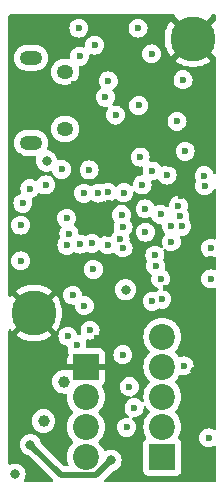
<source format=gbr>
%TF.GenerationSoftware,KiCad,Pcbnew,8.0.0*%
%TF.CreationDate,2024-10-09T20:58:18-07:00*%
%TF.ProjectId,LEO,4c454f2e-6b69-4636-9164-5f7063625858,rev?*%
%TF.SameCoordinates,Original*%
%TF.FileFunction,Copper,L3,Inr*%
%TF.FilePolarity,Positive*%
%FSLAX46Y46*%
G04 Gerber Fmt 4.6, Leading zero omitted, Abs format (unit mm)*
G04 Created by KiCad (PCBNEW 8.0.0) date 2024-10-09 20:58:18*
%MOMM*%
%LPD*%
G01*
G04 APERTURE LIST*
%TA.AperFunction,ComponentPad*%
%ADD10R,2.200000X2.200000*%
%TD*%
%TA.AperFunction,ComponentPad*%
%ADD11C,2.200000*%
%TD*%
%TA.AperFunction,ComponentPad*%
%ADD12C,3.800000*%
%TD*%
%TA.AperFunction,ComponentPad*%
%ADD13O,1.400000X1.200000*%
%TD*%
%TA.AperFunction,ComponentPad*%
%ADD14O,1.900000X1.200000*%
%TD*%
%TA.AperFunction,ViaPad*%
%ADD15C,0.600000*%
%TD*%
%TA.AperFunction,ViaPad*%
%ADD16C,0.800000*%
%TD*%
%TA.AperFunction,ViaPad*%
%ADD17C,1.000000*%
%TD*%
%TA.AperFunction,Conductor*%
%ADD18C,0.500000*%
%TD*%
G04 APERTURE END LIST*
D10*
%TO.N,+BATT*%
%TO.C,J6*%
X13240600Y2356200D03*
D11*
%TO.N,/P4-*%
X13240600Y4896200D03*
%TO.N,/P3-*%
X13240600Y7436200D03*
%TO.N,/P2-*%
X13240600Y9976200D03*
%TO.N,/P1-*%
X13240600Y12516200D03*
%TD*%
D12*
%TO.N,GND*%
%TO.C,H1*%
X15831400Y37763800D03*
%TD*%
D10*
%TO.N,GND*%
%TO.C,J2*%
X6763600Y9950800D03*
D11*
%TO.N,/BATT RAW*%
X6763600Y7410800D03*
X6763600Y4870800D03*
%TO.N,/BATT POSTSW*%
X6763600Y2330800D03*
%TD*%
D12*
%TO.N,GND*%
%TO.C,H2*%
X2369400Y14527100D03*
%TD*%
D13*
%TO.N,unconnected-(J7-Shield-Pad6)*%
%TO.C,J7*%
X5022900Y34951200D03*
%TO.N,N/C*%
X5022900Y30111200D03*
D14*
X2122900Y28931200D03*
X2122900Y36131200D03*
%TD*%
D15*
%TO.N,GND*%
X2140800Y38805200D03*
D16*
X15882200Y1391000D03*
D15*
X2164350Y26384650D03*
X13142213Y21199832D03*
X13903568Y27165289D03*
X1124800Y27807000D03*
X17025200Y24251000D03*
D16*
X4985600Y5810600D03*
D15*
X15247200Y26841800D03*
X8744800Y23870000D03*
X5798400Y33877600D03*
X7043000Y16966400D03*
D16*
X17355400Y12516200D03*
X4909400Y10969400D03*
D17*
X700000Y7309200D03*
D15*
X3181600Y19552000D03*
X9659200Y38640400D03*
X4934800Y28111600D03*
D16*
X1845902Y9072000D03*
D15*
X8719400Y21228400D03*
X14790000Y24403400D03*
X12723875Y24810689D03*
D16*
X15856800Y6547200D03*
D15*
X7525600Y28086200D03*
X15856800Y20568000D03*
X17328337Y19127863D03*
X13546300Y16636000D03*
X9479400Y8757000D03*
X7703400Y12389200D03*
X12986600Y38475000D03*
X7673583Y39500000D03*
X15172622Y19424542D03*
X9479400Y6572600D03*
D16*
X15983800Y9646000D03*
D15*
X15170598Y29966000D03*
X7426596Y34745887D03*
D16*
X8946031Y15423255D03*
D15*
%TO.N,+3V3*%
X17330000Y20009200D03*
X11183200Y38640400D03*
X16829014Y25302541D03*
X7043000Y26638600D03*
X14866472Y21863400D03*
X5336798Y21253800D03*
X11538800Y25368600D03*
X17321802Y17418400D03*
X4712867Y26682713D03*
X11813713Y21375033D03*
X15172799Y28219141D03*
X8660488Y34185400D03*
D16*
X10131314Y16500714D03*
D15*
X5239600Y12567000D03*
X3360000Y25368600D03*
X16776655Y26151798D03*
X14728000Y22751539D03*
X7403100Y18217428D03*
D17*
X4916400Y8706200D03*
D15*
X13093792Y17414189D03*
X6179400Y38640400D03*
X5646000Y16037398D03*
%TO.N,+1V1*%
X7271600Y20415600D03*
X6585800Y24661802D03*
D17*
%TO.N,+BATT*%
X3182200Y5378800D03*
D15*
%TO.N,Net-(D2-A)*%
X7119200Y13075000D03*
%TO.N,/RUN*%
X6636600Y15157800D03*
%TO.N,/BOOTSEL*%
X12326200Y36468400D03*
%TO.N,/SWCLK*%
X6255600Y20364800D03*
%TO.N,/SWD*%
X5163400Y20263200D03*
%TO.N,/SCL*%
X13647000Y26206800D03*
X9786200Y22854000D03*
X14002600Y21888800D03*
X14600869Y23605318D03*
X7500200Y37205000D03*
%TO.N,/BRKOUT4*%
X2019986Y25057304D03*
%TO.N,/BRKOUT3*%
X1429600Y23819200D03*
%TO.N,/BRKOUT2*%
X1251800Y21965000D03*
%TO.N,/BRKOUT1*%
X1251800Y18942400D03*
%TO.N,/P1 EN *%
X9899000Y10992200D03*
X8641510Y20301980D03*
%TO.N,/P2 EN *%
X13189800Y15691200D03*
X12673173Y18505370D03*
%TO.N,/P3 EN *%
X15094800Y10052400D03*
X12615061Y19403494D03*
%TO.N,/P4 EN *%
X17154200Y3956400D03*
X9913200Y21812600D03*
%TO.N,/BATT SENSE *%
X5138000Y22549200D03*
X6001600Y11855800D03*
%TO.N,/P3 CONT *%
X9913200Y20060000D03*
X10844401Y6513201D03*
%TO.N,/P2 CONT *%
X10457800Y8294242D03*
X9659200Y20822000D03*
%TO.N,/QSPI_SS*%
X14993200Y34284000D03*
X14485200Y30753400D03*
%TO.N,/P4 CONT *%
X10218000Y4845400D03*
X12377000Y15513400D03*
%TO.N,Net-(D3-K)*%
X13088200Y22879400D03*
%TO.N,/SDA*%
X14002600Y20568000D03*
X11788200Y23342199D03*
X6230200Y36265200D03*
X12402400Y26562400D03*
%TO.N,/QSPI_SD1*%
X11234000Y32099600D03*
X11361000Y27730800D03*
%TO.N,/QSPI_SCLK*%
X9278200Y31286800D03*
X8617800Y24733600D03*
%TO.N,/QSPI_SD3*%
X7819824Y24678283D03*
X8414600Y32785400D03*
%TO.N,/BUZZER*%
X9964000Y24708200D03*
D16*
%TO.N,VBUS*%
X769200Y883000D03*
X3436200Y27400600D03*
%TO.N,Net-(D1-K)*%
X8897200Y2051400D03*
X2064600Y3372200D03*
%TD*%
D18*
%TO.N,Net-(D1-K)*%
X8897200Y2051400D02*
X7626600Y780800D01*
X4656000Y780800D02*
X2064600Y3372200D01*
X7626600Y780800D02*
X4656000Y780800D01*
%TD*%
%TA.AperFunction,Conductor*%
%TO.N,GND*%
G36*
X14264139Y39779815D02*
G01*
X14309894Y39727011D01*
X14320718Y39665771D01*
X14317964Y39630789D01*
X15248662Y38700091D01*
X15114798Y38602833D01*
X14992367Y38480402D01*
X14895109Y38346538D01*
X13966711Y39274936D01*
X13885920Y39177275D01*
X13885918Y39177272D01*
X13724107Y38922298D01*
X13724104Y38922292D01*
X13595527Y38649053D01*
X13595525Y38649048D01*
X13502205Y38361841D01*
X13445616Y38065191D01*
X13445615Y38065184D01*
X13426655Y37763806D01*
X13426655Y37763795D01*
X13445615Y37462417D01*
X13445616Y37462410D01*
X13502205Y37165760D01*
X13595525Y36878553D01*
X13595527Y36878548D01*
X13724104Y36605309D01*
X13724107Y36605303D01*
X13885916Y36350331D01*
X13966711Y36252667D01*
X14895108Y37181064D01*
X14992367Y37047198D01*
X15114798Y36924767D01*
X15248662Y36827510D01*
X14317964Y35896813D01*
X14317965Y35896811D01*
X14542861Y35733415D01*
X14542879Y35733403D01*
X14807509Y35587922D01*
X14807517Y35587918D01*
X15088289Y35476753D01*
X15088292Y35476752D01*
X15380799Y35401650D01*
X15680395Y35363801D01*
X15680407Y35363800D01*
X15982393Y35363800D01*
X15982404Y35363801D01*
X16282000Y35401650D01*
X16574507Y35476752D01*
X16574510Y35476753D01*
X16855282Y35587918D01*
X16855290Y35587922D01*
X17119920Y35733403D01*
X17119930Y35733410D01*
X17344833Y35896813D01*
X17344834Y35896813D01*
X16414137Y36827510D01*
X16548002Y36924767D01*
X16670433Y37047198D01*
X16767690Y37181063D01*
X17706220Y36242533D01*
X17737547Y36234918D01*
X17785741Y36184329D01*
X17799500Y36127558D01*
X17799500Y26382197D01*
X17779815Y26315158D01*
X17727011Y26269403D01*
X17657853Y26259459D01*
X17594297Y26288484D01*
X17558459Y26341242D01*
X17502445Y26501318D01*
X17502444Y26501320D01*
X17406471Y26654060D01*
X17278917Y26781614D01*
X17126178Y26877587D01*
X16955909Y26937167D01*
X16955904Y26937168D01*
X16776659Y26957363D01*
X16776651Y26957363D01*
X16597405Y26937168D01*
X16597400Y26937167D01*
X16427131Y26877587D01*
X16274392Y26781614D01*
X16146839Y26654061D01*
X16050866Y26501322D01*
X15991286Y26331053D01*
X15991285Y26331048D01*
X15971090Y26151802D01*
X15971090Y26151795D01*
X15991285Y25972549D01*
X15991286Y25972544D01*
X16050866Y25802275D01*
X16086486Y25745586D01*
X16105486Y25678349D01*
X16098534Y25638660D01*
X16043646Y25481799D01*
X16043644Y25481791D01*
X16023449Y25302545D01*
X16023449Y25302538D01*
X16043644Y25123292D01*
X16043645Y25123287D01*
X16103225Y24953018D01*
X16181068Y24829133D01*
X16199198Y24800279D01*
X16326752Y24672725D01*
X16344136Y24661802D01*
X16469180Y24583231D01*
X16479492Y24576752D01*
X16616114Y24528946D01*
X16649759Y24517173D01*
X16649764Y24517172D01*
X16829010Y24496976D01*
X16829014Y24496976D01*
X16829018Y24496976D01*
X17008263Y24517172D01*
X17008266Y24517173D01*
X17008269Y24517173D01*
X17178536Y24576752D01*
X17331276Y24672725D01*
X17458830Y24800279D01*
X17554803Y24953019D01*
X17558458Y24963463D01*
X17599179Y25020240D01*
X17664131Y25045988D01*
X17732693Y25032532D01*
X17783097Y24984146D01*
X17799500Y24922510D01*
X17799500Y20867769D01*
X17779815Y20800730D01*
X17727011Y20754975D01*
X17657853Y20745031D01*
X17634545Y20750728D01*
X17509262Y20794567D01*
X17509249Y20794570D01*
X17330004Y20814765D01*
X17329996Y20814765D01*
X17150750Y20794570D01*
X17150745Y20794569D01*
X16980476Y20734989D01*
X16827737Y20639016D01*
X16700184Y20511463D01*
X16604211Y20358724D01*
X16544631Y20188455D01*
X16544630Y20188450D01*
X16524435Y20009204D01*
X16524435Y20009197D01*
X16544630Y19829951D01*
X16544631Y19829946D01*
X16604211Y19659677D01*
X16694105Y19516612D01*
X16700184Y19506938D01*
X16827738Y19379384D01*
X16860499Y19358799D01*
X16966929Y19291924D01*
X16980478Y19283411D01*
X17063287Y19254435D01*
X17150745Y19223832D01*
X17150750Y19223831D01*
X17329996Y19203635D01*
X17330000Y19203635D01*
X17330004Y19203635D01*
X17509249Y19223831D01*
X17509251Y19223832D01*
X17509255Y19223832D01*
X17509258Y19223834D01*
X17509262Y19223834D01*
X17634545Y19267672D01*
X17704324Y19271234D01*
X17764951Y19236506D01*
X17797179Y19174512D01*
X17799500Y19150631D01*
X17799500Y18274101D01*
X17779815Y18207062D01*
X17727011Y18161307D01*
X17657853Y18151363D01*
X17634546Y18157059D01*
X17501059Y18203768D01*
X17501051Y18203770D01*
X17321806Y18223965D01*
X17321798Y18223965D01*
X17142552Y18203770D01*
X17142547Y18203769D01*
X16972278Y18144189D01*
X16819539Y18048216D01*
X16691986Y17920663D01*
X16596013Y17767924D01*
X16536433Y17597655D01*
X16536432Y17597650D01*
X16516237Y17418404D01*
X16516237Y17418397D01*
X16536432Y17239151D01*
X16536433Y17239146D01*
X16596013Y17068877D01*
X16618601Y17032929D01*
X16691986Y16916138D01*
X16819540Y16788584D01*
X16972280Y16692611D01*
X17085653Y16652940D01*
X17142547Y16633032D01*
X17142552Y16633031D01*
X17321798Y16612835D01*
X17321802Y16612835D01*
X17321806Y16612835D01*
X17501051Y16633031D01*
X17501053Y16633032D01*
X17501057Y16633032D01*
X17501060Y16633034D01*
X17501064Y16633034D01*
X17634545Y16679741D01*
X17704324Y16683303D01*
X17764951Y16648575D01*
X17797179Y16586581D01*
X17799500Y16562700D01*
X17799500Y4720701D01*
X17779815Y4653662D01*
X17727011Y4607907D01*
X17657853Y4597963D01*
X17609528Y4615707D01*
X17503723Y4682189D01*
X17333454Y4741769D01*
X17333449Y4741770D01*
X17154204Y4761965D01*
X17154196Y4761965D01*
X16974950Y4741770D01*
X16974945Y4741769D01*
X16804676Y4682189D01*
X16651937Y4586216D01*
X16524384Y4458663D01*
X16428411Y4305924D01*
X16368831Y4135655D01*
X16368830Y4135650D01*
X16348635Y3956404D01*
X16348635Y3956397D01*
X16368830Y3777151D01*
X16368831Y3777146D01*
X16428411Y3606877D01*
X16524384Y3454138D01*
X16651938Y3326584D01*
X16804678Y3230611D01*
X16914736Y3192100D01*
X16974945Y3171032D01*
X16974950Y3171031D01*
X17154196Y3150835D01*
X17154200Y3150835D01*
X17154204Y3150835D01*
X17333449Y3171031D01*
X17333452Y3171032D01*
X17333455Y3171032D01*
X17503722Y3230611D01*
X17609527Y3297094D01*
X17676764Y3316094D01*
X17743599Y3295727D01*
X17788814Y3242459D01*
X17799500Y3192100D01*
X17799500Y324500D01*
X17779815Y257461D01*
X17727011Y211706D01*
X17675500Y200500D01*
X8407030Y200500D01*
X8339991Y220185D01*
X8294236Y272989D01*
X8284292Y342147D01*
X8313317Y405703D01*
X8319349Y412181D01*
X8805823Y898656D01*
X9049971Y1142805D01*
X9111292Y1176288D01*
X9111648Y1176366D01*
X9177003Y1190256D01*
X9349930Y1267249D01*
X9503071Y1378512D01*
X9629733Y1519184D01*
X9724379Y1683116D01*
X9782874Y1863144D01*
X9802660Y2051400D01*
X9782874Y2239656D01*
X9724379Y2419684D01*
X9629733Y2583616D01*
X9503071Y2724288D01*
X9503070Y2724289D01*
X9349934Y2835549D01*
X9349929Y2835552D01*
X9177007Y2912543D01*
X9177002Y2912545D01*
X9031201Y2943535D01*
X8991846Y2951900D01*
X8802554Y2951900D01*
X8770097Y2945002D01*
X8617397Y2912545D01*
X8617392Y2912543D01*
X8444472Y2835553D01*
X8439754Y2832828D01*
X8371853Y2816358D01*
X8305827Y2839212D01*
X8263196Y2892765D01*
X8194068Y3059656D01*
X8194066Y3059659D01*
X8062439Y3274454D01*
X8062438Y3274457D01*
X7898824Y3466024D01*
X7883887Y3478781D01*
X7851419Y3506511D01*
X7813227Y3565016D01*
X7812728Y3634884D01*
X7850082Y3693930D01*
X7851356Y3695036D01*
X7898824Y3735576D01*
X8062436Y3927141D01*
X8194066Y4141941D01*
X8290473Y4374689D01*
X8349283Y4619652D01*
X8367050Y4845397D01*
X9412435Y4845397D01*
X9432630Y4666151D01*
X9432631Y4666146D01*
X9492211Y4495877D01*
X9568359Y4374689D01*
X9588184Y4343138D01*
X9715738Y4215584D01*
X9868478Y4119611D01*
X10038745Y4060032D01*
X10038750Y4060031D01*
X10217996Y4039835D01*
X10218000Y4039835D01*
X10218004Y4039835D01*
X10397249Y4060031D01*
X10397252Y4060032D01*
X10397255Y4060032D01*
X10567522Y4119611D01*
X10720262Y4215584D01*
X10847816Y4343138D01*
X10943789Y4495878D01*
X11003368Y4666145D01*
X11011889Y4741770D01*
X11023565Y4845397D01*
X11023565Y4845404D01*
X11003369Y5024650D01*
X11003368Y5024655D01*
X10943788Y5194924D01*
X10847815Y5347663D01*
X10720262Y5475216D01*
X10720257Y5475220D01*
X10702428Y5486423D01*
X10656138Y5538758D01*
X10645491Y5607812D01*
X10673867Y5671660D01*
X10732258Y5710030D01*
X10782284Y5714635D01*
X10832941Y5708928D01*
X10844400Y5707636D01*
X10844401Y5707636D01*
X10844405Y5707636D01*
X11023650Y5727832D01*
X11023653Y5727833D01*
X11023656Y5727833D01*
X11193923Y5787412D01*
X11346663Y5883385D01*
X11474217Y6010939D01*
X11570190Y6163679D01*
X11629769Y6333946D01*
X11649966Y6513201D01*
X11649520Y6517155D01*
X11649966Y6519698D01*
X11649966Y6520165D01*
X11650048Y6520165D01*
X11661572Y6585974D01*
X11708918Y6637355D01*
X11776527Y6654983D01*
X11842934Y6633260D01*
X11878467Y6595831D01*
X11941760Y6492547D01*
X11941761Y6492544D01*
X11997204Y6427629D01*
X12105376Y6300976D01*
X12152778Y6260491D01*
X12152779Y6260490D01*
X12190972Y6201983D01*
X12191470Y6132115D01*
X12154116Y6073069D01*
X12152779Y6071910D01*
X12105376Y6031424D01*
X11941761Y5839857D01*
X11941760Y5839854D01*
X11810133Y5625060D01*
X11713726Y5392311D01*
X11654917Y5147352D01*
X11635151Y4896200D01*
X11654917Y4645049D01*
X11713726Y4400090D01*
X11810133Y4167341D01*
X11891120Y4035184D01*
X11909365Y3967738D01*
X11888249Y3901136D01*
X11859705Y3871128D01*
X11783052Y3813745D01*
X11696806Y3698536D01*
X11696802Y3698529D01*
X11646508Y3563683D01*
X11640362Y3506510D01*
X11640101Y3504077D01*
X11640100Y3504065D01*
X11640100Y1208330D01*
X11640101Y1208324D01*
X11646508Y1148717D01*
X11696802Y1013872D01*
X11696806Y1013865D01*
X11783052Y898656D01*
X11783055Y898653D01*
X11898264Y812407D01*
X11898271Y812403D01*
X12033117Y762109D01*
X12033116Y762109D01*
X12040044Y761365D01*
X12092727Y755700D01*
X14388472Y755701D01*
X14448083Y762109D01*
X14582931Y812404D01*
X14698146Y898654D01*
X14784396Y1013869D01*
X14834691Y1148717D01*
X14841100Y1208327D01*
X14841099Y3504072D01*
X14835038Y3560456D01*
X14834691Y3563684D01*
X14784397Y3698529D01*
X14784393Y3698536D01*
X14698147Y3813745D01*
X14621494Y3871128D01*
X14579624Y3927062D01*
X14574640Y3996754D01*
X14590076Y4035179D01*
X14671066Y4167341D01*
X14767473Y4400089D01*
X14826283Y4645052D01*
X14846049Y4896200D01*
X14826283Y5147348D01*
X14767473Y5392311D01*
X14691830Y5574930D01*
X14671066Y5625060D01*
X14539439Y5839854D01*
X14539438Y5839857D01*
X14375824Y6031424D01*
X14328419Y6071911D01*
X14290227Y6130416D01*
X14289728Y6200284D01*
X14327082Y6259330D01*
X14328356Y6260436D01*
X14375824Y6300976D01*
X14539436Y6492541D01*
X14671066Y6707341D01*
X14767473Y6940089D01*
X14826283Y7185052D01*
X14846049Y7436200D01*
X14826283Y7687348D01*
X14767473Y7932311D01*
X14741375Y7995317D01*
X14671066Y8165060D01*
X14539439Y8379854D01*
X14539438Y8379857D01*
X14375824Y8571424D01*
X14328419Y8611911D01*
X14290227Y8670416D01*
X14289728Y8740284D01*
X14327082Y8799330D01*
X14328356Y8800436D01*
X14375824Y8840976D01*
X14539436Y9032541D01*
X14671066Y9247341D01*
X14671069Y9247350D01*
X14671902Y9248708D01*
X14723714Y9295583D01*
X14792644Y9307006D01*
X14818585Y9300959D01*
X14915537Y9267034D01*
X14915543Y9267033D01*
X14915545Y9267032D01*
X14915546Y9267032D01*
X14915550Y9267031D01*
X15094796Y9246835D01*
X15094800Y9246835D01*
X15094804Y9246835D01*
X15274049Y9267031D01*
X15274052Y9267032D01*
X15274055Y9267032D01*
X15444322Y9326611D01*
X15597062Y9422584D01*
X15724616Y9550138D01*
X15820589Y9702878D01*
X15880168Y9873145D01*
X15880759Y9878391D01*
X15900365Y10052397D01*
X15900365Y10052404D01*
X15880169Y10231650D01*
X15880168Y10231655D01*
X15834424Y10362384D01*
X15820589Y10401922D01*
X15724616Y10554662D01*
X15597062Y10682216D01*
X15530258Y10724192D01*
X15444323Y10778189D01*
X15274054Y10837769D01*
X15274049Y10837770D01*
X15094804Y10857965D01*
X15094796Y10857965D01*
X14915550Y10837770D01*
X14915542Y10837768D01*
X14741683Y10776932D01*
X14671904Y10773371D01*
X14611277Y10808100D01*
X14595004Y10829180D01*
X14539436Y10919859D01*
X14375824Y11111424D01*
X14328419Y11151911D01*
X14290227Y11210416D01*
X14289728Y11280284D01*
X14327082Y11339330D01*
X14328356Y11340436D01*
X14375824Y11380976D01*
X14539436Y11572541D01*
X14671066Y11787341D01*
X14767473Y12020089D01*
X14826283Y12265052D01*
X14846049Y12516200D01*
X14826283Y12767348D01*
X14767473Y13012311D01*
X14741508Y13074997D01*
X14671066Y13245060D01*
X14539439Y13459854D01*
X14539438Y13459857D01*
X14439163Y13577263D01*
X14375824Y13651424D01*
X14200940Y13800789D01*
X14184256Y13815039D01*
X14184253Y13815040D01*
X13969459Y13946667D01*
X13736710Y14043074D01*
X13491751Y14101883D01*
X13240600Y14121649D01*
X12989448Y14101883D01*
X12744489Y14043074D01*
X12511740Y13946667D01*
X12296946Y13815040D01*
X12296943Y13815039D01*
X12105376Y13651424D01*
X11941761Y13459857D01*
X11941760Y13459854D01*
X11810133Y13245060D01*
X11713726Y13012311D01*
X11654917Y12767352D01*
X11635151Y12516200D01*
X11654917Y12265049D01*
X11713726Y12020090D01*
X11810133Y11787341D01*
X11941760Y11572547D01*
X11941761Y11572544D01*
X11965801Y11544397D01*
X12105376Y11380976D01*
X12152778Y11340491D01*
X12152779Y11340490D01*
X12190972Y11281983D01*
X12191470Y11212115D01*
X12154116Y11153069D01*
X12152779Y11151910D01*
X12105376Y11111424D01*
X11941761Y10919857D01*
X11941760Y10919854D01*
X11810133Y10705060D01*
X11713726Y10472311D01*
X11654917Y10227352D01*
X11635151Y9976200D01*
X11654917Y9725049D01*
X11713726Y9480090D01*
X11810133Y9247341D01*
X11941760Y9032547D01*
X11941761Y9032544D01*
X11972560Y8996483D01*
X12105376Y8840976D01*
X12149872Y8802973D01*
X12152779Y8800490D01*
X12190972Y8741983D01*
X12191470Y8672115D01*
X12154116Y8613069D01*
X12152779Y8611910D01*
X12105376Y8571424D01*
X11941761Y8379857D01*
X11941760Y8379854D01*
X11810133Y8165060D01*
X11713726Y7932311D01*
X11654917Y7687352D01*
X11639401Y7490202D01*
X11635151Y7436200D01*
X11654917Y7185052D01*
X11654918Y7185049D01*
X11654918Y7185048D01*
X11654918Y7185047D01*
X11662943Y7151619D01*
X11659452Y7081836D01*
X11618787Y7025019D01*
X11553860Y6999207D01*
X11485285Y7012594D01*
X11454688Y7034992D01*
X11346663Y7143017D01*
X11193924Y7238990D01*
X11023655Y7298570D01*
X11023650Y7298571D01*
X10844405Y7318766D01*
X10844403Y7318766D01*
X10844401Y7318766D01*
X10830866Y7317241D01*
X10762045Y7329297D01*
X10710666Y7376647D01*
X10693043Y7444258D01*
X10714771Y7510664D01*
X10768951Y7554780D01*
X10776032Y7557504D01*
X10807320Y7568452D01*
X10807322Y7568453D01*
X10960062Y7664426D01*
X11087616Y7791980D01*
X11183589Y7944720D01*
X11243168Y8114987D01*
X11245948Y8139660D01*
X11263365Y8294239D01*
X11263365Y8294246D01*
X11243169Y8473492D01*
X11243168Y8473497D01*
X11195856Y8608707D01*
X11183589Y8643764D01*
X11166842Y8670416D01*
X11120966Y8743428D01*
X11087616Y8796504D01*
X10960062Y8924058D01*
X10938394Y8937673D01*
X10807323Y9020031D01*
X10637054Y9079611D01*
X10637049Y9079612D01*
X10457804Y9099807D01*
X10457796Y9099807D01*
X10278550Y9079612D01*
X10278545Y9079611D01*
X10108276Y9020031D01*
X9955537Y8924058D01*
X9827984Y8796505D01*
X9732011Y8643766D01*
X9672431Y8473497D01*
X9672430Y8473492D01*
X9652235Y8294246D01*
X9652235Y8294239D01*
X9672430Y8114993D01*
X9672431Y8114988D01*
X9732011Y7944719D01*
X9778780Y7870287D01*
X9827984Y7791980D01*
X9955538Y7664426D01*
X9959482Y7661948D01*
X10090739Y7579473D01*
X10108278Y7568453D01*
X10273429Y7510664D01*
X10278545Y7508874D01*
X10278550Y7508873D01*
X10457796Y7488677D01*
X10457797Y7488677D01*
X10457798Y7488678D01*
X10457800Y7488677D01*
X10471330Y7490202D01*
X10540149Y7478149D01*
X10591530Y7430802D01*
X10609157Y7363193D01*
X10587433Y7296786D01*
X10533255Y7252666D01*
X10526172Y7249941D01*
X10494879Y7238991D01*
X10342138Y7143017D01*
X10214585Y7015464D01*
X10118612Y6862725D01*
X10059032Y6692456D01*
X10059031Y6692451D01*
X10038836Y6513205D01*
X10038836Y6513198D01*
X10059031Y6333952D01*
X10059032Y6333947D01*
X10118612Y6163678D01*
X10214585Y6010939D01*
X10342138Y5883386D01*
X10342141Y5883384D01*
X10359971Y5872180D01*
X10406262Y5819845D01*
X10416909Y5750792D01*
X10388534Y5686943D01*
X10330143Y5648572D01*
X10280115Y5643967D01*
X10218004Y5650965D01*
X10217996Y5650965D01*
X10038750Y5630770D01*
X10038745Y5630769D01*
X9868476Y5571189D01*
X9715737Y5475216D01*
X9588184Y5347663D01*
X9492211Y5194924D01*
X9432631Y5024655D01*
X9432630Y5024650D01*
X9412435Y4845404D01*
X9412435Y4845397D01*
X8367050Y4845397D01*
X8369049Y4870800D01*
X8349283Y5121948D01*
X8290473Y5366911D01*
X8204309Y5574930D01*
X8194066Y5599660D01*
X8062439Y5814454D01*
X8062438Y5814457D01*
X7898824Y6006024D01*
X7869084Y6031424D01*
X7851419Y6046511D01*
X7813227Y6105016D01*
X7812728Y6174884D01*
X7850082Y6233930D01*
X7851356Y6235036D01*
X7898824Y6275576D01*
X8062436Y6467141D01*
X8194066Y6681941D01*
X8290473Y6914689D01*
X8349283Y7159652D01*
X8369049Y7410800D01*
X8349283Y7661948D01*
X8290473Y7906911D01*
X8279952Y7932311D01*
X8194066Y8139660D01*
X8112817Y8272245D01*
X8094572Y8339690D01*
X8115688Y8406293D01*
X8144233Y8436302D01*
X8220790Y8493614D01*
X8306950Y8608707D01*
X8306954Y8608714D01*
X8357196Y8743421D01*
X8357198Y8743428D01*
X8363599Y8802956D01*
X8363600Y8802973D01*
X8363600Y9700800D01*
X7254348Y9700800D01*
X7276118Y9738508D01*
X7313600Y9878391D01*
X7313600Y10023209D01*
X7276118Y10163092D01*
X7254348Y10200800D01*
X8363600Y10200800D01*
X8363600Y10992197D01*
X9093435Y10992197D01*
X9113630Y10812951D01*
X9113631Y10812946D01*
X9173211Y10642677D01*
X9228515Y10554662D01*
X9269184Y10489938D01*
X9396738Y10362384D01*
X9549478Y10266411D01*
X9661114Y10227348D01*
X9719745Y10206832D01*
X9719750Y10206831D01*
X9898996Y10186635D01*
X9899000Y10186635D01*
X9899004Y10186635D01*
X10078249Y10206831D01*
X10078252Y10206832D01*
X10078255Y10206832D01*
X10248522Y10266411D01*
X10401262Y10362384D01*
X10528816Y10489938D01*
X10624789Y10642678D01*
X10684368Y10812945D01*
X10687165Y10837770D01*
X10704565Y10992197D01*
X10704565Y10992204D01*
X10684369Y11171450D01*
X10684368Y11171455D01*
X10665287Y11225984D01*
X10624789Y11341722D01*
X10600123Y11380977D01*
X10528815Y11494463D01*
X10401262Y11622016D01*
X10248523Y11717989D01*
X10078254Y11777569D01*
X10078249Y11777570D01*
X9899004Y11797765D01*
X9898996Y11797765D01*
X9719750Y11777570D01*
X9719745Y11777569D01*
X9549476Y11717989D01*
X9396737Y11622016D01*
X9269184Y11494463D01*
X9173211Y11341724D01*
X9113631Y11171455D01*
X9113630Y11171450D01*
X9093435Y10992204D01*
X9093435Y10992197D01*
X8363600Y10992197D01*
X8363600Y11098628D01*
X8363599Y11098645D01*
X8357198Y11158173D01*
X8357196Y11158180D01*
X8306954Y11292887D01*
X8306950Y11292894D01*
X8220790Y11407988D01*
X8220787Y11407991D01*
X8105693Y11494151D01*
X8105686Y11494155D01*
X7970979Y11544397D01*
X7970972Y11544399D01*
X7911444Y11550800D01*
X6911556Y11550800D01*
X6844517Y11570485D01*
X6798762Y11623289D01*
X6788336Y11688683D01*
X6807165Y11855797D01*
X6807165Y11855804D01*
X6786969Y12035050D01*
X6786966Y12035063D01*
X6749159Y12143109D01*
X6745597Y12212888D01*
X6780325Y12273515D01*
X6842319Y12305743D01*
X6907155Y12301105D01*
X6939937Y12289634D01*
X6939943Y12289633D01*
X6939945Y12289632D01*
X6939946Y12289632D01*
X6939950Y12289631D01*
X7119196Y12269435D01*
X7119200Y12269435D01*
X7119204Y12269435D01*
X7298449Y12289631D01*
X7298452Y12289632D01*
X7298455Y12289632D01*
X7468722Y12349211D01*
X7621462Y12445184D01*
X7749016Y12572738D01*
X7844989Y12725478D01*
X7904568Y12895745D01*
X7906909Y12916522D01*
X7924765Y13074997D01*
X7924765Y13075004D01*
X7904569Y13254250D01*
X7904568Y13254255D01*
X7864554Y13368609D01*
X7844989Y13424522D01*
X7822788Y13459854D01*
X7749015Y13577263D01*
X7621462Y13704816D01*
X7468723Y13800789D01*
X7298454Y13860369D01*
X7298449Y13860370D01*
X7119204Y13880565D01*
X7119196Y13880565D01*
X6939950Y13860370D01*
X6939945Y13860369D01*
X6769676Y13800789D01*
X6616937Y13704816D01*
X6489384Y13577263D01*
X6393411Y13424524D01*
X6333831Y13254255D01*
X6333830Y13254250D01*
X6313635Y13075004D01*
X6313635Y13074997D01*
X6333830Y12895751D01*
X6333832Y12895743D01*
X6371641Y12787690D01*
X6375202Y12717911D01*
X6340473Y12657284D01*
X6278479Y12625057D01*
X6213646Y12629694D01*
X6180855Y12641168D01*
X6180854Y12641169D01*
X6180849Y12641170D01*
X6132901Y12646572D01*
X6068487Y12673639D01*
X6028932Y12731234D01*
X6025893Y12742203D01*
X6024968Y12746253D01*
X6024968Y12746255D01*
X5965389Y12916522D01*
X5869416Y13069262D01*
X5741862Y13196816D01*
X5665084Y13245059D01*
X5589123Y13292789D01*
X5418854Y13352369D01*
X5418849Y13352370D01*
X5239604Y13372565D01*
X5239596Y13372565D01*
X5060350Y13352370D01*
X5060345Y13352369D01*
X4890076Y13292789D01*
X4737337Y13196816D01*
X4609784Y13069263D01*
X4513811Y12916524D01*
X4454231Y12746255D01*
X4454230Y12746250D01*
X4434035Y12567004D01*
X4434035Y12566997D01*
X4454230Y12387751D01*
X4454231Y12387746D01*
X4513811Y12217477D01*
X4570599Y12127100D01*
X4609784Y12064738D01*
X4737338Y11937184D01*
X4827680Y11880418D01*
X4866864Y11855797D01*
X4890078Y11841211D01*
X5014240Y11797765D01*
X5060345Y11781632D01*
X5060350Y11781631D01*
X5108296Y11776229D01*
X5172711Y11749163D01*
X5212266Y11691569D01*
X5215302Y11680617D01*
X5216230Y11676551D01*
X5275811Y11506277D01*
X5275812Y11506275D01*
X5278045Y11502721D01*
X5278785Y11500102D01*
X5278833Y11500002D01*
X5278815Y11499994D01*
X5297041Y11435484D01*
X5276671Y11368650D01*
X5272315Y11362443D01*
X5220247Y11292890D01*
X5220245Y11292887D01*
X5170003Y11158180D01*
X5170001Y11158173D01*
X5163600Y11098645D01*
X5163600Y10200800D01*
X6272852Y10200800D01*
X6251082Y10163092D01*
X6213600Y10023209D01*
X6213600Y9878391D01*
X6251082Y9738508D01*
X6272852Y9700800D01*
X5139416Y9700800D01*
X5131353Y9696398D01*
X5092849Y9694163D01*
X4916400Y9711541D01*
X4720270Y9692225D01*
X4531666Y9635012D01*
X4357867Y9542114D01*
X4357860Y9542110D01*
X4205516Y9417084D01*
X4080490Y9264740D01*
X4080486Y9264733D01*
X3987588Y9090934D01*
X3930375Y8902330D01*
X3911059Y8706200D01*
X3930375Y8510071D01*
X3987588Y8321467D01*
X4080486Y8147668D01*
X4080490Y8147661D01*
X4205516Y7995317D01*
X4357860Y7870291D01*
X4357867Y7870287D01*
X4531666Y7777389D01*
X4531669Y7777389D01*
X4531673Y7777386D01*
X4720268Y7720176D01*
X4916400Y7700859D01*
X5035655Y7712605D01*
X5104300Y7699586D01*
X5155010Y7651522D01*
X5171685Y7583671D01*
X5171426Y7579473D01*
X5158151Y7410801D01*
X5177917Y7159649D01*
X5236726Y6914690D01*
X5333133Y6681941D01*
X5464760Y6467147D01*
X5464761Y6467144D01*
X5464764Y6467141D01*
X5628376Y6275576D01*
X5647398Y6259330D01*
X5675779Y6235090D01*
X5713972Y6176583D01*
X5714470Y6106715D01*
X5677116Y6047669D01*
X5675786Y6046517D01*
X5634131Y6010939D01*
X5628376Y6006024D01*
X5464761Y5814457D01*
X5464760Y5814454D01*
X5333133Y5599660D01*
X5236726Y5366911D01*
X5177917Y5121952D01*
X5158151Y4870800D01*
X5177917Y4619649D01*
X5236726Y4374690D01*
X5333133Y4141941D01*
X5464760Y3927147D01*
X5464761Y3927144D01*
X5484173Y3904416D01*
X5628376Y3735576D01*
X5675778Y3695091D01*
X5675779Y3695090D01*
X5713972Y3636583D01*
X5714470Y3566715D01*
X5677116Y3507669D01*
X5675786Y3506517D01*
X5628376Y3466024D01*
X5464761Y3274457D01*
X5464760Y3274454D01*
X5333133Y3059660D01*
X5236726Y2826911D01*
X5177917Y2581952D01*
X5158151Y2330800D01*
X5177917Y2079649D01*
X5236727Y1834688D01*
X5236727Y1834686D01*
X5291376Y1702752D01*
X5298845Y1633283D01*
X5267570Y1570804D01*
X5207481Y1535152D01*
X5176815Y1531300D01*
X5018230Y1531300D01*
X4951191Y1550985D01*
X4930549Y1567619D01*
X2977370Y3520798D01*
X2947121Y3570159D01*
X2912338Y3677208D01*
X2891781Y3740479D01*
X2891778Y3740485D01*
X2797133Y3904416D01*
X2670471Y4045088D01*
X2649904Y4060031D01*
X2517334Y4156349D01*
X2517329Y4156352D01*
X2344407Y4233343D01*
X2344402Y4233345D01*
X2198601Y4264335D01*
X2159246Y4272700D01*
X1969954Y4272700D01*
X1937497Y4265802D01*
X1784797Y4233345D01*
X1784792Y4233343D01*
X1611870Y4156352D01*
X1611865Y4156349D01*
X1458729Y4045089D01*
X1332066Y3904415D01*
X1237421Y3740485D01*
X1237418Y3740478D01*
X1178927Y3560460D01*
X1178926Y3560456D01*
X1159140Y3372200D01*
X1178926Y3183944D01*
X1178927Y3183941D01*
X1237418Y3003923D01*
X1237421Y3003916D01*
X1332067Y2839984D01*
X1458729Y2699312D01*
X1611865Y2588052D01*
X1611870Y2588049D01*
X1784791Y2511058D01*
X1784793Y2511058D01*
X1784797Y2511056D01*
X1849929Y2497213D01*
X1911409Y2464022D01*
X1911828Y2463604D01*
X3963251Y412181D01*
X3996736Y350858D01*
X3991752Y281166D01*
X3949880Y225233D01*
X3884416Y200816D01*
X3875570Y200500D01*
X1629741Y200500D01*
X1562702Y220185D01*
X1516947Y272989D01*
X1507003Y342147D01*
X1522354Y386499D01*
X1596376Y514711D01*
X1596375Y514711D01*
X1596379Y514716D01*
X1654874Y694744D01*
X1674660Y883000D01*
X1654874Y1071256D01*
X1596379Y1251284D01*
X1501733Y1415216D01*
X1375071Y1555888D01*
X1337899Y1582895D01*
X1221934Y1667149D01*
X1221929Y1667152D01*
X1049007Y1744143D01*
X1049002Y1744145D01*
X903201Y1775135D01*
X863846Y1783500D01*
X674554Y1783500D01*
X624575Y1772877D01*
X489399Y1744145D01*
X374936Y1693182D01*
X305686Y1683898D01*
X242409Y1713526D01*
X205196Y1772661D01*
X200500Y1806462D01*
X200500Y5378800D01*
X2176859Y5378800D01*
X2196175Y5182671D01*
X2253388Y4994067D01*
X2346286Y4820268D01*
X2346290Y4820261D01*
X2471316Y4667917D01*
X2623660Y4542891D01*
X2623667Y4542887D01*
X2797466Y4449989D01*
X2797469Y4449989D01*
X2797473Y4449986D01*
X2986068Y4392776D01*
X3182200Y4373459D01*
X3378332Y4392776D01*
X3566927Y4449986D01*
X3740738Y4542890D01*
X3893083Y4667917D01*
X4018110Y4820262D01*
X4111014Y4994073D01*
X4168224Y5182668D01*
X4187541Y5378800D01*
X4168224Y5574932D01*
X4111014Y5763527D01*
X4111011Y5763531D01*
X4111011Y5763534D01*
X4018113Y5937333D01*
X4018109Y5937340D01*
X3893083Y6089684D01*
X3740739Y6214710D01*
X3740732Y6214714D01*
X3566933Y6307612D01*
X3566927Y6307614D01*
X3378332Y6364824D01*
X3378329Y6364825D01*
X3182200Y6384141D01*
X2986070Y6364825D01*
X2797466Y6307612D01*
X2623667Y6214714D01*
X2623660Y6214710D01*
X2471316Y6089684D01*
X2346290Y5937340D01*
X2346286Y5937333D01*
X2253388Y5763534D01*
X2196175Y5574930D01*
X2176859Y5378800D01*
X200500Y5378800D01*
X200500Y13039504D01*
X220185Y13106543D01*
X272989Y13152298D01*
X342147Y13162242D01*
X405703Y13133217D01*
X421146Y13116390D01*
X421436Y13116629D01*
X504711Y13015967D01*
X1433108Y13944364D01*
X1530367Y13810498D01*
X1652798Y13688067D01*
X1786662Y13590810D01*
X855964Y12660113D01*
X855965Y12660111D01*
X1080861Y12496715D01*
X1080879Y12496703D01*
X1345509Y12351222D01*
X1345517Y12351218D01*
X1626289Y12240053D01*
X1626292Y12240052D01*
X1918799Y12164950D01*
X2218395Y12127101D01*
X2218407Y12127100D01*
X2520393Y12127100D01*
X2520404Y12127101D01*
X2820000Y12164950D01*
X3112507Y12240052D01*
X3112510Y12240053D01*
X3393282Y12351218D01*
X3393290Y12351222D01*
X3657920Y12496703D01*
X3657930Y12496710D01*
X3882833Y12660113D01*
X3882834Y12660113D01*
X2952137Y13590810D01*
X3086002Y13688067D01*
X3208433Y13810498D01*
X3305690Y13944363D01*
X4234087Y13015966D01*
X4314886Y13113636D01*
X4476692Y13368603D01*
X4476695Y13368609D01*
X4605272Y13641848D01*
X4605274Y13641853D01*
X4698594Y13929060D01*
X4755183Y14225710D01*
X4755184Y14225717D01*
X4774145Y14527095D01*
X4774145Y14527106D01*
X4755184Y14828484D01*
X4755183Y14828491D01*
X4698594Y15125141D01*
X4605274Y15412348D01*
X4605272Y15412353D01*
X4476695Y15685592D01*
X4476692Y15685598D01*
X4314883Y15940570D01*
X4234782Y16037395D01*
X4840435Y16037395D01*
X4860630Y15858149D01*
X4860631Y15858144D01*
X4920211Y15687875D01*
X4975418Y15600014D01*
X5016184Y15535136D01*
X5143738Y15407582D01*
X5209704Y15366133D01*
X5260610Y15334146D01*
X5296478Y15311609D01*
X5449672Y15258004D01*
X5466745Y15252030D01*
X5466750Y15252029D01*
X5645996Y15231833D01*
X5646000Y15231833D01*
X5697258Y15237609D01*
X5766077Y15225556D01*
X5817458Y15178207D01*
X5834361Y15128273D01*
X5851230Y14978550D01*
X5851231Y14978546D01*
X5910811Y14808277D01*
X6006784Y14655538D01*
X6134338Y14527984D01*
X6287078Y14432011D01*
X6457345Y14372432D01*
X6457350Y14372431D01*
X6636596Y14352235D01*
X6636600Y14352235D01*
X6636604Y14352235D01*
X6815849Y14372431D01*
X6815852Y14372432D01*
X6815855Y14372432D01*
X6986122Y14432011D01*
X7138862Y14527984D01*
X7266416Y14655538D01*
X7362389Y14808278D01*
X7421968Y14978545D01*
X7421969Y14978551D01*
X7442165Y15157797D01*
X7442165Y15157804D01*
X7421969Y15337050D01*
X7421968Y15337055D01*
X7411793Y15366133D01*
X7362389Y15507322D01*
X7359480Y15511951D01*
X7279292Y15639570D01*
X7266416Y15660062D01*
X7138862Y15787616D01*
X6986123Y15883589D01*
X6815854Y15943169D01*
X6815849Y15943170D01*
X6636604Y15963365D01*
X6636602Y15963365D01*
X6636600Y15963365D01*
X6623755Y15961918D01*
X6585339Y15957590D01*
X6516518Y15969646D01*
X6465139Y16016996D01*
X6448238Y16066928D01*
X6431369Y16216648D01*
X6431368Y16216653D01*
X6371788Y16386922D01*
X6300287Y16500714D01*
X9225854Y16500714D01*
X9245640Y16312458D01*
X9245641Y16312455D01*
X9304132Y16132437D01*
X9304135Y16132430D01*
X9398781Y15968498D01*
X9525443Y15827826D01*
X9678579Y15716566D01*
X9678584Y15716563D01*
X9851506Y15639572D01*
X9851511Y15639570D01*
X10036668Y15600214D01*
X10036669Y15600214D01*
X10225958Y15600214D01*
X10225960Y15600214D01*
X10411117Y15639570D01*
X10584044Y15716563D01*
X10737185Y15827826D01*
X10863847Y15968498D01*
X10958493Y16132430D01*
X11016988Y16312458D01*
X11036774Y16500714D01*
X11016988Y16688970D01*
X10958493Y16868998D01*
X10863847Y17032930D01*
X10737185Y17173602D01*
X10737184Y17173603D01*
X10584048Y17284863D01*
X10584043Y17284866D01*
X10411121Y17361857D01*
X10411116Y17361859D01*
X10265315Y17392849D01*
X10225960Y17401214D01*
X10036668Y17401214D01*
X10004211Y17394316D01*
X9851511Y17361859D01*
X9851506Y17361857D01*
X9678584Y17284866D01*
X9678579Y17284863D01*
X9525443Y17173603D01*
X9398780Y17032929D01*
X9304135Y16868999D01*
X9304132Y16868992D01*
X9246823Y16692612D01*
X9245640Y16688970D01*
X9225854Y16500714D01*
X6300287Y16500714D01*
X6275815Y16539661D01*
X6148262Y16667214D01*
X5995523Y16763187D01*
X5825254Y16822767D01*
X5825249Y16822768D01*
X5646004Y16842963D01*
X5645996Y16842963D01*
X5466750Y16822768D01*
X5466745Y16822767D01*
X5296476Y16763187D01*
X5143737Y16667214D01*
X5016184Y16539661D01*
X4920211Y16386922D01*
X4860631Y16216653D01*
X4860630Y16216648D01*
X4840435Y16037402D01*
X4840435Y16037395D01*
X4234782Y16037395D01*
X4234086Y16038236D01*
X3305689Y15109839D01*
X3208433Y15243702D01*
X3086002Y15366133D01*
X2952136Y15463391D01*
X3882834Y16394089D01*
X3882833Y16394091D01*
X3657938Y16557486D01*
X3657920Y16557498D01*
X3393290Y16702979D01*
X3393282Y16702983D01*
X3112510Y16814148D01*
X3112507Y16814149D01*
X2820000Y16889251D01*
X2520404Y16927100D01*
X2218395Y16927100D01*
X1918799Y16889251D01*
X1626292Y16814149D01*
X1626289Y16814148D01*
X1345517Y16702983D01*
X1345509Y16702979D01*
X1080876Y16557496D01*
X1080871Y16557493D01*
X855965Y16394090D01*
X855964Y16394089D01*
X1786662Y15463391D01*
X1652798Y15366133D01*
X1530367Y15243702D01*
X1433109Y15109838D01*
X504711Y16038236D01*
X421436Y15937571D01*
X420420Y15938412D01*
X369462Y15899135D01*
X299847Y15893171D01*
X238059Y15925791D01*
X203716Y15986638D01*
X200500Y16014696D01*
X200500Y18915334D01*
X207223Y18938232D01*
X202872Y18947037D01*
X444128Y18947037D01*
X447720Y18929217D01*
X466430Y18763151D01*
X466431Y18763146D01*
X526011Y18592877D01*
X580993Y18505374D01*
X621984Y18440138D01*
X749538Y18312584D01*
X810783Y18274101D01*
X900982Y18217425D01*
X902278Y18216611D01*
X1048608Y18165408D01*
X1072545Y18157032D01*
X1072550Y18157031D01*
X1251796Y18136835D01*
X1251800Y18136835D01*
X1251804Y18136835D01*
X1431049Y18157031D01*
X1431052Y18157032D01*
X1431055Y18157032D01*
X1601322Y18216611D01*
X1602617Y18217425D01*
X6597535Y18217425D01*
X6617730Y18038179D01*
X6617731Y18038174D01*
X6677311Y17867905D01*
X6715903Y17806487D01*
X6773284Y17715166D01*
X6900838Y17587612D01*
X7053578Y17491639D01*
X7223845Y17432060D01*
X7223850Y17432059D01*
X7403096Y17411863D01*
X7403100Y17411863D01*
X7403104Y17411863D01*
X7582349Y17432059D01*
X7582352Y17432060D01*
X7582355Y17432060D01*
X7752622Y17491639D01*
X7905362Y17587612D01*
X8032916Y17715166D01*
X8128889Y17867906D01*
X8188468Y18038173D01*
X8196907Y18113073D01*
X8208665Y18217425D01*
X8208665Y18217432D01*
X8188469Y18396678D01*
X8188468Y18396683D01*
X8128888Y18566952D01*
X8032915Y18719691D01*
X7905362Y18847244D01*
X7752623Y18943217D01*
X7582354Y19002797D01*
X7582349Y19002798D01*
X7403104Y19022993D01*
X7403096Y19022993D01*
X7223850Y19002798D01*
X7223845Y19002797D01*
X7053576Y18943217D01*
X6900837Y18847244D01*
X6773284Y18719691D01*
X6677311Y18566952D01*
X6617731Y18396683D01*
X6617730Y18396678D01*
X6597535Y18217432D01*
X6597535Y18217425D01*
X1602617Y18217425D01*
X1754062Y18312584D01*
X1881616Y18440138D01*
X1977589Y18592878D01*
X2037168Y18763145D01*
X2046644Y18847244D01*
X2057365Y18942397D01*
X2057365Y18942404D01*
X2037169Y19121650D01*
X2037168Y19121655D01*
X2027029Y19150631D01*
X1977589Y19291922D01*
X1881616Y19444662D01*
X1754062Y19572216D01*
X1737299Y19582749D01*
X1601323Y19668189D01*
X1431054Y19727769D01*
X1431049Y19727770D01*
X1251804Y19747965D01*
X1251796Y19747965D01*
X1072550Y19727770D01*
X1072545Y19727769D01*
X902276Y19668189D01*
X749537Y19572216D01*
X621984Y19444663D01*
X526011Y19291924D01*
X466431Y19121655D01*
X466430Y19121650D01*
X447720Y18955584D01*
X444128Y18947037D01*
X202872Y18947037D01*
X202360Y18948073D01*
X200500Y18969467D01*
X200500Y21937934D01*
X207223Y21960832D01*
X202872Y21969637D01*
X444128Y21969637D01*
X447720Y21951817D01*
X466430Y21785751D01*
X466431Y21785746D01*
X526011Y21615477D01*
X589851Y21513877D01*
X621984Y21462738D01*
X749538Y21335184D01*
X789080Y21310338D01*
X879064Y21253797D01*
X902278Y21239211D01*
X1057016Y21185066D01*
X1072545Y21179632D01*
X1072550Y21179631D01*
X1251796Y21159435D01*
X1251800Y21159435D01*
X1251804Y21159435D01*
X1431049Y21179631D01*
X1431052Y21179632D01*
X1431055Y21179632D01*
X1601322Y21239211D01*
X1754062Y21335184D01*
X1881616Y21462738D01*
X1977589Y21615478D01*
X2037168Y21785745D01*
X2037169Y21785751D01*
X2057365Y21964997D01*
X2057365Y21965004D01*
X2037169Y22144250D01*
X2037168Y22144255D01*
X1977588Y22314524D01*
X1881615Y22467263D01*
X1799681Y22549197D01*
X4332435Y22549197D01*
X4352630Y22369951D01*
X4352631Y22369946D01*
X4412211Y22199677D01*
X4474326Y22100822D01*
X4508184Y22046938D01*
X4635738Y21919384D01*
X4655395Y21907033D01*
X4701686Y21854700D01*
X4712336Y21785647D01*
X4694418Y21736067D01*
X4611009Y21603324D01*
X4551429Y21433055D01*
X4551428Y21433050D01*
X4531233Y21253804D01*
X4531233Y21253797D01*
X4551428Y21074551D01*
X4551430Y21074543D01*
X4601188Y20932343D01*
X4604749Y20862565D01*
X4571829Y20803710D01*
X4533587Y20765467D01*
X4533586Y20765466D01*
X4437611Y20612724D01*
X4378031Y20442455D01*
X4378030Y20442450D01*
X4357835Y20263204D01*
X4357835Y20263197D01*
X4378030Y20083951D01*
X4378031Y20083946D01*
X4437611Y19913677D01*
X4517972Y19785784D01*
X4533584Y19760938D01*
X4661138Y19633384D01*
X4813878Y19537411D01*
X4900965Y19506938D01*
X4984145Y19477832D01*
X4984150Y19477831D01*
X5163396Y19457635D01*
X5163400Y19457635D01*
X5163404Y19457635D01*
X5342649Y19477831D01*
X5342652Y19477832D01*
X5342655Y19477832D01*
X5512922Y19537411D01*
X5665662Y19633384D01*
X5691965Y19659688D01*
X5753287Y19693173D01*
X5822979Y19688189D01*
X5845614Y19677004D01*
X5906078Y19639011D01*
X6024210Y19597675D01*
X6076345Y19579432D01*
X6076350Y19579431D01*
X6255596Y19559235D01*
X6255600Y19559235D01*
X6255604Y19559235D01*
X6434849Y19579431D01*
X6434852Y19579432D01*
X6434855Y19579432D01*
X6605122Y19639011D01*
X6738052Y19722537D01*
X6805287Y19741537D01*
X6869995Y19722536D01*
X6922073Y19689813D01*
X6922077Y19689812D01*
X6922078Y19689811D01*
X7008196Y19659677D01*
X7092345Y19630232D01*
X7092350Y19630231D01*
X7271596Y19610035D01*
X7271600Y19610035D01*
X7271604Y19610035D01*
X7450849Y19630231D01*
X7450852Y19630232D01*
X7450855Y19630232D01*
X7621122Y19689811D01*
X7773862Y19785784D01*
X7815348Y19827271D01*
X7876669Y19860755D01*
X7946360Y19855771D01*
X8002294Y19813901D01*
X8008018Y19805567D01*
X8011691Y19799722D01*
X8011694Y19799718D01*
X8139248Y19672164D01*
X8200966Y19633384D01*
X8286831Y19579431D01*
X8291988Y19576191D01*
X8344724Y19557738D01*
X8462255Y19516612D01*
X8462260Y19516611D01*
X8641506Y19496415D01*
X8641510Y19496415D01*
X8641514Y19496415D01*
X8820759Y19516611D01*
X8820762Y19516612D01*
X8820765Y19516612D01*
X8991032Y19576191D01*
X8996189Y19579431D01*
X9077036Y19630231D01*
X9087323Y19636696D01*
X9154560Y19655696D01*
X9221395Y19635329D01*
X9258289Y19597675D01*
X9282443Y19559235D01*
X9283384Y19557738D01*
X9410938Y19430184D01*
X9563678Y19334211D01*
X9684533Y19291922D01*
X9733945Y19274632D01*
X9733950Y19274631D01*
X9913196Y19254435D01*
X9913200Y19254435D01*
X9913204Y19254435D01*
X10092449Y19274631D01*
X10092452Y19274632D01*
X10092455Y19274632D01*
X10262722Y19334211D01*
X10415462Y19430184D01*
X10543016Y19557738D01*
X10638989Y19710478D01*
X10698568Y19880745D01*
X10701386Y19905757D01*
X10718765Y20059997D01*
X10718765Y20060004D01*
X10698569Y20239250D01*
X10698568Y20239255D01*
X10690188Y20263204D01*
X10638989Y20409522D01*
X10543016Y20562262D01*
X10488612Y20616666D01*
X10455127Y20677989D01*
X10453073Y20718231D01*
X10464765Y20821998D01*
X10464765Y20822004D01*
X10444569Y21001252D01*
X10424769Y21057835D01*
X10415701Y21083749D01*
X10412140Y21153527D01*
X10445062Y21212384D01*
X10491662Y21258984D01*
X10543016Y21310338D01*
X10583665Y21375030D01*
X11008148Y21375030D01*
X11028343Y21195784D01*
X11028344Y21195779D01*
X11087924Y21025510D01*
X11183897Y20872771D01*
X11311451Y20745217D01*
X11464191Y20649244D01*
X11557294Y20616666D01*
X11634458Y20589665D01*
X11634463Y20589664D01*
X11813709Y20569468D01*
X11813713Y20569468D01*
X11813717Y20569468D01*
X11992962Y20589664D01*
X11992965Y20589665D01*
X11992968Y20589665D01*
X12163235Y20649244D01*
X12315975Y20745217D01*
X12443529Y20872771D01*
X12539502Y21025511D01*
X12599081Y21195778D01*
X12600952Y21212384D01*
X12619278Y21375030D01*
X12619278Y21375037D01*
X12599082Y21554283D01*
X12599081Y21554288D01*
X12581923Y21603322D01*
X12539502Y21724555D01*
X12443529Y21877295D01*
X12315975Y22004849D01*
X12296069Y22017357D01*
X12163236Y22100822D01*
X11992967Y22160402D01*
X11992962Y22160403D01*
X11813717Y22180598D01*
X11813709Y22180598D01*
X11634463Y22160403D01*
X11634458Y22160402D01*
X11464189Y22100822D01*
X11311450Y22004849D01*
X11183897Y21877296D01*
X11087924Y21724557D01*
X11028344Y21554288D01*
X11028343Y21554283D01*
X11008148Y21375037D01*
X11008148Y21375030D01*
X10583665Y21375030D01*
X10638989Y21463078D01*
X10698568Y21633345D01*
X10698568Y21633348D01*
X10698569Y21633351D01*
X10718765Y21812597D01*
X10718765Y21812604D01*
X10698569Y21991850D01*
X10698568Y21991855D01*
X10660439Y22100822D01*
X10638989Y22162122D01*
X10543016Y22314862D01*
X10520716Y22337162D01*
X10487231Y22398485D01*
X10492215Y22468177D01*
X10503402Y22490814D01*
X10511989Y22504478D01*
X10571568Y22674745D01*
X10572047Y22678993D01*
X10591765Y22853997D01*
X10591765Y22854004D01*
X10571569Y23033250D01*
X10571568Y23033255D01*
X10555401Y23079458D01*
X10511989Y23203522D01*
X10424854Y23342196D01*
X10982635Y23342196D01*
X11002830Y23162950D01*
X11002831Y23162945D01*
X11062411Y22992676D01*
X11158384Y22839937D01*
X11285938Y22712383D01*
X11345850Y22674738D01*
X11410968Y22633821D01*
X11438678Y22616410D01*
X11608945Y22556831D01*
X11608950Y22556830D01*
X11788196Y22536634D01*
X11788200Y22536634D01*
X11788204Y22536634D01*
X11967449Y22556830D01*
X11967452Y22556831D01*
X11967455Y22556831D01*
X12137722Y22616410D01*
X12165432Y22633822D01*
X12232666Y22652823D01*
X12299502Y22632457D01*
X12344717Y22579190D01*
X12348446Y22569784D01*
X12362409Y22529881D01*
X12386954Y22490818D01*
X12458384Y22377138D01*
X12585938Y22249584D01*
X12667359Y22198424D01*
X12727871Y22160401D01*
X12738678Y22153611D01*
X12889540Y22100822D01*
X12908945Y22094032D01*
X12908950Y22094031D01*
X13093036Y22073290D01*
X13157450Y22046224D01*
X13197005Y21988629D01*
X13202374Y21936188D01*
X13199090Y21907034D01*
X13197035Y21888797D01*
X13217230Y21709551D01*
X13217231Y21709546D01*
X13276811Y21539277D01*
X13372784Y21386538D01*
X13443241Y21316081D01*
X13476726Y21254758D01*
X13471742Y21185066D01*
X13443241Y21140719D01*
X13372784Y21070263D01*
X13276811Y20917524D01*
X13217231Y20747255D01*
X13217230Y20747250D01*
X13197035Y20568004D01*
X13197035Y20567997D01*
X13217230Y20388751D01*
X13217231Y20388746D01*
X13276811Y20218477D01*
X13284068Y20206928D01*
X13303068Y20139691D01*
X13282700Y20072856D01*
X13229432Y20027642D01*
X13160176Y20018405D01*
X13113102Y20035962D01*
X12964584Y20129283D01*
X12794315Y20188863D01*
X12794310Y20188864D01*
X12615065Y20209059D01*
X12615057Y20209059D01*
X12435811Y20188864D01*
X12435806Y20188863D01*
X12265537Y20129283D01*
X12112798Y20033310D01*
X11985245Y19905757D01*
X11889272Y19753018D01*
X11829692Y19582749D01*
X11829691Y19582744D01*
X11809496Y19403498D01*
X11809496Y19403491D01*
X11829691Y19224245D01*
X11829692Y19224240D01*
X11889272Y19053971D01*
X11939983Y18973266D01*
X11958983Y18906030D01*
X11948657Y18861823D01*
X11949683Y18861464D01*
X11887806Y18684633D01*
X11887803Y18684620D01*
X11867608Y18505374D01*
X11867608Y18505367D01*
X11887803Y18326121D01*
X11887804Y18326116D01*
X11947384Y18155847D01*
X12021324Y18038173D01*
X12043357Y18003108D01*
X12170911Y17875554D01*
X12280831Y17806487D01*
X12327122Y17754152D01*
X12337770Y17685099D01*
X12331901Y17660539D01*
X12308424Y17593447D01*
X12308422Y17593439D01*
X12288227Y17414193D01*
X12288227Y17414186D01*
X12308422Y17234940D01*
X12308423Y17234935D01*
X12368003Y17064666D01*
X12387945Y17032929D01*
X12463976Y16911927D01*
X12591530Y16784373D01*
X12744270Y16688400D01*
X12845611Y16652940D01*
X12902386Y16612218D01*
X12928134Y16547266D01*
X12914678Y16478704D01*
X12866291Y16428301D01*
X12845619Y16418859D01*
X12840279Y16416991D01*
X12687538Y16321016D01*
X12682095Y16316675D01*
X12680198Y16319054D01*
X12630621Y16292076D01*
X12563492Y16296237D01*
X12556261Y16298767D01*
X12556249Y16298770D01*
X12377004Y16318965D01*
X12376996Y16318965D01*
X12197750Y16298770D01*
X12197745Y16298769D01*
X12027476Y16239189D01*
X11874737Y16143216D01*
X11747184Y16015663D01*
X11651211Y15862924D01*
X11591631Y15692655D01*
X11591630Y15692650D01*
X11571435Y15513404D01*
X11571435Y15513397D01*
X11591630Y15334151D01*
X11591631Y15334146D01*
X11651211Y15163877D01*
X11715612Y15061384D01*
X11747184Y15011138D01*
X11874738Y14883584D01*
X11962418Y14828491D01*
X11994586Y14808278D01*
X12027478Y14787611D01*
X12197745Y14728032D01*
X12197750Y14728031D01*
X12376996Y14707835D01*
X12377000Y14707835D01*
X12377004Y14707835D01*
X12556249Y14728031D01*
X12556252Y14728032D01*
X12556255Y14728032D01*
X12726522Y14787611D01*
X12879262Y14883584D01*
X12879263Y14883585D01*
X12884706Y14887925D01*
X12886641Y14885499D01*
X12935826Y14912448D01*
X13003317Y14908362D01*
X13010545Y14905832D01*
X13010548Y14905832D01*
X13010550Y14905831D01*
X13010548Y14905831D01*
X13189796Y14885635D01*
X13189800Y14885635D01*
X13189804Y14885635D01*
X13369049Y14905831D01*
X13369052Y14905832D01*
X13369055Y14905832D01*
X13539322Y14965411D01*
X13692062Y15061384D01*
X13819616Y15188938D01*
X13915589Y15341678D01*
X13975168Y15511945D01*
X13975332Y15513400D01*
X13995365Y15691197D01*
X13995365Y15691204D01*
X13975169Y15870450D01*
X13975168Y15870455D01*
X13950634Y15940570D01*
X13915589Y16040722D01*
X13819616Y16193462D01*
X13692062Y16321016D01*
X13539323Y16416989D01*
X13437980Y16452450D01*
X13381204Y16493172D01*
X13355457Y16558125D01*
X13368913Y16626686D01*
X13417300Y16677089D01*
X13437984Y16686535D01*
X13443314Y16688400D01*
X13596054Y16784373D01*
X13723608Y16911927D01*
X13819581Y17064667D01*
X13879160Y17234934D01*
X13879161Y17234940D01*
X13899357Y17414186D01*
X13899357Y17414193D01*
X13879161Y17593439D01*
X13879160Y17593444D01*
X13877688Y17597650D01*
X13819581Y17763711D01*
X13723608Y17916451D01*
X13596054Y18044005D01*
X13486132Y18113074D01*
X13439842Y18165408D01*
X13429194Y18234461D01*
X13435064Y18259023D01*
X13440341Y18274101D01*
X13458541Y18326115D01*
X13458542Y18326121D01*
X13478738Y18505367D01*
X13478738Y18505374D01*
X13458542Y18684620D01*
X13458541Y18684625D01*
X13398961Y18854895D01*
X13348251Y18935598D01*
X13329250Y19002835D01*
X13339577Y19047040D01*
X13338550Y19047399D01*
X13400427Y19224232D01*
X13400430Y19224245D01*
X13420626Y19403491D01*
X13420626Y19403498D01*
X13400430Y19582744D01*
X13400429Y19582749D01*
X13340849Y19753019D01*
X13333593Y19764566D01*
X13314592Y19831802D01*
X13334959Y19898638D01*
X13388226Y19943852D01*
X13457482Y19953091D01*
X13504558Y19935532D01*
X13653073Y19842213D01*
X13653077Y19842212D01*
X13653078Y19842211D01*
X13757801Y19805567D01*
X13823345Y19782632D01*
X13823350Y19782631D01*
X14002596Y19762435D01*
X14002600Y19762435D01*
X14002604Y19762435D01*
X14181849Y19782631D01*
X14181852Y19782632D01*
X14181855Y19782632D01*
X14352122Y19842211D01*
X14504862Y19938184D01*
X14632416Y20065738D01*
X14728389Y20218478D01*
X14787968Y20388745D01*
X14790309Y20409522D01*
X14808165Y20567997D01*
X14808165Y20568004D01*
X14787969Y20747250D01*
X14787966Y20747263D01*
X14736788Y20893520D01*
X14733226Y20963299D01*
X14767954Y21023926D01*
X14829948Y21056154D01*
X14859508Y21057361D01*
X14859508Y21057835D01*
X14866476Y21057835D01*
X15045721Y21078031D01*
X15045724Y21078032D01*
X15045727Y21078032D01*
X15215994Y21137611D01*
X15368734Y21233584D01*
X15496288Y21361138D01*
X15592261Y21513878D01*
X15651840Y21684145D01*
X15656393Y21724555D01*
X15672037Y21863397D01*
X15672037Y21863404D01*
X15651841Y22042650D01*
X15651840Y22042655D01*
X15616290Y22144250D01*
X15592261Y22212922D01*
X15496288Y22365662D01*
X15496286Y22365664D01*
X15492589Y22371548D01*
X15473589Y22438784D01*
X15480542Y22478475D01*
X15505290Y22549200D01*
X15513368Y22572284D01*
X15513368Y22572286D01*
X15513369Y22572288D01*
X15533565Y22751536D01*
X15533565Y22751543D01*
X15513369Y22930789D01*
X15513368Y22930794D01*
X15453789Y23101061D01*
X15369123Y23235805D01*
X15350124Y23303040D01*
X15357076Y23342727D01*
X15386237Y23426063D01*
X15391151Y23469677D01*
X15406434Y23605315D01*
X15406434Y23605322D01*
X15386238Y23784568D01*
X15386237Y23784573D01*
X15326658Y23954840D01*
X15230685Y24107580D01*
X15103131Y24235134D01*
X15062967Y24260371D01*
X14950392Y24331107D01*
X14780123Y24390687D01*
X14780118Y24390688D01*
X14600873Y24410883D01*
X14600865Y24410883D01*
X14421619Y24390688D01*
X14421614Y24390687D01*
X14251345Y24331107D01*
X14098606Y24235134D01*
X13971053Y24107581D01*
X13875080Y23954842D01*
X13815500Y23784573D01*
X13815499Y23784568D01*
X13795304Y23605322D01*
X13795304Y23603349D01*
X13794943Y23602121D01*
X13794524Y23598399D01*
X13793872Y23598473D01*
X13775619Y23536310D01*
X13722815Y23490555D01*
X13653657Y23480611D01*
X13593995Y23506399D01*
X13590465Y23509214D01*
X13437723Y23605189D01*
X13267454Y23664769D01*
X13267449Y23664770D01*
X13088204Y23684965D01*
X13088196Y23684965D01*
X12908950Y23664770D01*
X12908945Y23664769D01*
X12738674Y23605188D01*
X12710965Y23587777D01*
X12643728Y23568777D01*
X12576893Y23589145D01*
X12531680Y23642413D01*
X12527952Y23651817D01*
X12513989Y23691721D01*
X12433890Y23819197D01*
X12418016Y23844461D01*
X12290462Y23972015D01*
X12273915Y23982412D01*
X12137723Y24067988D01*
X11967454Y24127568D01*
X11967449Y24127569D01*
X11788204Y24147764D01*
X11788196Y24147764D01*
X11608950Y24127569D01*
X11608945Y24127568D01*
X11438676Y24067988D01*
X11285937Y23972015D01*
X11158384Y23844462D01*
X11062411Y23691723D01*
X11002831Y23521454D01*
X11002830Y23521449D01*
X10982635Y23342203D01*
X10982635Y23342196D01*
X10424854Y23342196D01*
X10416016Y23356262D01*
X10288462Y23483816D01*
X10263759Y23499338D01*
X10135723Y23579789D01*
X9965454Y23639369D01*
X9965449Y23639370D01*
X9786204Y23659565D01*
X9786196Y23659565D01*
X9606950Y23639370D01*
X9606945Y23639369D01*
X9436676Y23579789D01*
X9283937Y23483816D01*
X9156384Y23356263D01*
X9060411Y23203524D01*
X9000831Y23033255D01*
X9000830Y23033250D01*
X8980635Y22854004D01*
X8980635Y22853997D01*
X9000830Y22674751D01*
X9000831Y22674746D01*
X9060411Y22504477D01*
X9156384Y22351738D01*
X9178683Y22329439D01*
X9212168Y22268116D01*
X9207184Y22198424D01*
X9195997Y22175787D01*
X9187410Y22162121D01*
X9187409Y22162119D01*
X9127833Y21991863D01*
X9127830Y21991850D01*
X9107635Y21812604D01*
X9107635Y21812597D01*
X9127830Y21633354D01*
X9127831Y21633349D01*
X9127831Y21633347D01*
X9127832Y21633345D01*
X9155497Y21554283D01*
X9156698Y21550852D01*
X9160259Y21481074D01*
X9127338Y21422218D01*
X9029385Y21324264D01*
X9029384Y21324263D01*
X8933412Y21171525D01*
X8930393Y21165254D01*
X8929257Y21165801D01*
X8892725Y21114881D01*
X8827768Y21089143D01*
X8802537Y21089403D01*
X8641514Y21107545D01*
X8641506Y21107545D01*
X8462260Y21087350D01*
X8462255Y21087349D01*
X8291986Y21027769D01*
X8139247Y20931796D01*
X8097761Y20890310D01*
X8036438Y20856826D01*
X7966746Y20861811D01*
X7910813Y20903683D01*
X7905089Y20912017D01*
X7901417Y20917861D01*
X7773862Y21045416D01*
X7621123Y21141389D01*
X7450854Y21200969D01*
X7450849Y21200970D01*
X7271604Y21221165D01*
X7271596Y21221165D01*
X7092350Y21200970D01*
X7092345Y21200969D01*
X6922076Y21141389D01*
X6789148Y21057864D01*
X6721911Y21038864D01*
X6657205Y21057864D01*
X6605120Y21090591D01*
X6434862Y21150167D01*
X6434850Y21150170D01*
X6248693Y21171144D01*
X6184279Y21198211D01*
X6144724Y21255805D01*
X6139357Y21280481D01*
X6122167Y21433050D01*
X6122166Y21433055D01*
X6062586Y21603324D01*
X6011799Y21684151D01*
X5966614Y21756062D01*
X5839060Y21883616D01*
X5839057Y21883618D01*
X5819401Y21895969D01*
X5773110Y21948304D01*
X5762463Y22017357D01*
X5780380Y22066934D01*
X5863789Y22199678D01*
X5923368Y22369945D01*
X5923549Y22371548D01*
X5943565Y22549197D01*
X5943565Y22549204D01*
X5923369Y22728450D01*
X5923368Y22728455D01*
X5879438Y22854000D01*
X5863789Y22898722D01*
X5767816Y23051462D01*
X5640262Y23179016D01*
X5487523Y23274989D01*
X5317254Y23334569D01*
X5317249Y23334570D01*
X5138004Y23354765D01*
X5137996Y23354765D01*
X4958750Y23334570D01*
X4958745Y23334569D01*
X4788476Y23274989D01*
X4635737Y23179016D01*
X4508184Y23051463D01*
X4412211Y22898724D01*
X4352631Y22728455D01*
X4352630Y22728450D01*
X4332435Y22549204D01*
X4332435Y22549197D01*
X1799681Y22549197D01*
X1754062Y22594816D01*
X1601323Y22690789D01*
X1431054Y22750369D01*
X1431049Y22750370D01*
X1251804Y22770565D01*
X1251796Y22770565D01*
X1072550Y22750370D01*
X1072545Y22750369D01*
X902276Y22690789D01*
X749537Y22594816D01*
X621984Y22467263D01*
X526011Y22314524D01*
X466431Y22144255D01*
X466430Y22144250D01*
X447720Y21978184D01*
X444128Y21969637D01*
X202872Y21969637D01*
X202360Y21970673D01*
X200500Y21992067D01*
X200500Y23819197D01*
X624035Y23819197D01*
X644230Y23639951D01*
X644231Y23639946D01*
X703811Y23469677D01*
X783909Y23342203D01*
X799784Y23316938D01*
X927338Y23189384D01*
X969417Y23162944D01*
X1067901Y23101062D01*
X1080078Y23093411D01*
X1250345Y23033832D01*
X1250350Y23033831D01*
X1429596Y23013635D01*
X1429600Y23013635D01*
X1429604Y23013635D01*
X1608849Y23033831D01*
X1608852Y23033832D01*
X1608855Y23033832D01*
X1779122Y23093411D01*
X1931862Y23189384D01*
X2059416Y23316938D01*
X2155389Y23469678D01*
X2214968Y23639945D01*
X2217765Y23664770D01*
X2235165Y23819197D01*
X2235165Y23819204D01*
X2214969Y23998450D01*
X2214966Y23998463D01*
X2168951Y24129965D01*
X2165389Y24199744D01*
X2200117Y24260371D01*
X2245034Y24287960D01*
X2369508Y24331515D01*
X2522248Y24427488D01*
X2649802Y24555042D01*
X2725461Y24675454D01*
X2777794Y24721744D01*
X2846848Y24732393D01*
X2896424Y24714476D01*
X3010478Y24642811D01*
X3165567Y24588543D01*
X3180745Y24583232D01*
X3180750Y24583231D01*
X3359996Y24563035D01*
X3360000Y24563035D01*
X3360004Y24563035D01*
X3539249Y24583231D01*
X3539252Y24583232D01*
X3539255Y24583232D01*
X3709522Y24642811D01*
X3739741Y24661799D01*
X5780235Y24661799D01*
X5800430Y24482553D01*
X5800431Y24482548D01*
X5860011Y24312279D01*
X5908485Y24235134D01*
X5955984Y24159540D01*
X6083538Y24031986D01*
X6162436Y23982411D01*
X6216831Y23948232D01*
X6236278Y23936013D01*
X6359445Y23892915D01*
X6406545Y23876434D01*
X6406550Y23876433D01*
X6585796Y23856237D01*
X6585800Y23856237D01*
X6585804Y23856237D01*
X6765049Y23876433D01*
X6765052Y23876434D01*
X6765055Y23876434D01*
X6935322Y23936013D01*
X7088062Y24031986D01*
X7123371Y24067296D01*
X7184692Y24100781D01*
X7254384Y24095797D01*
X7298733Y24067296D01*
X7317562Y24048467D01*
X7382264Y24007812D01*
X7439234Y23972015D01*
X7470302Y23952494D01*
X7555074Y23922831D01*
X7640569Y23892915D01*
X7640574Y23892914D01*
X7819820Y23872718D01*
X7819824Y23872718D01*
X7819828Y23872718D01*
X7999073Y23892914D01*
X7999075Y23892915D01*
X7999079Y23892915D01*
X7999082Y23892917D01*
X7999086Y23892917D01*
X8099446Y23928035D01*
X8169346Y23952494D01*
X8210716Y23978490D01*
X8277951Y23997490D01*
X8317643Y23990537D01*
X8438537Y23948234D01*
X8438543Y23948233D01*
X8438545Y23948232D01*
X8438546Y23948232D01*
X8438550Y23948231D01*
X8617796Y23928035D01*
X8617800Y23928035D01*
X8617804Y23928035D01*
X8797049Y23948231D01*
X8797052Y23948232D01*
X8797055Y23948232D01*
X8967322Y24007811D01*
X9120062Y24103784D01*
X9190519Y24174241D01*
X9251842Y24207726D01*
X9321534Y24202742D01*
X9365881Y24174241D01*
X9461738Y24078384D01*
X9509349Y24048468D01*
X9601545Y23990537D01*
X9614478Y23982411D01*
X9712156Y23948232D01*
X9784745Y23922832D01*
X9784750Y23922831D01*
X9963996Y23902635D01*
X9964000Y23902635D01*
X9964004Y23902635D01*
X10143249Y23922831D01*
X10143252Y23922832D01*
X10143255Y23922832D01*
X10313522Y23982411D01*
X10466262Y24078384D01*
X10593816Y24205938D01*
X10689789Y24358678D01*
X10749368Y24528945D01*
X10751176Y24544989D01*
X10770345Y24715119D01*
X10772069Y24714925D01*
X10789250Y24773434D01*
X10842054Y24819189D01*
X10911212Y24829133D01*
X10974768Y24800108D01*
X10981246Y24794076D01*
X11036538Y24738784D01*
X11126880Y24682018D01*
X11159047Y24661806D01*
X11189278Y24642811D01*
X11344367Y24588543D01*
X11359545Y24583232D01*
X11359550Y24583231D01*
X11538796Y24563035D01*
X11538800Y24563035D01*
X11538804Y24563035D01*
X11718049Y24583231D01*
X11718052Y24583232D01*
X11718055Y24583232D01*
X11888322Y24642811D01*
X12041062Y24738784D01*
X12168616Y24866338D01*
X12264589Y25019078D01*
X12324168Y25189345D01*
X12324169Y25189351D01*
X12344365Y25368597D01*
X12344365Y25368604D01*
X12324169Y25547850D01*
X12324166Y25547863D01*
X12308140Y25593663D01*
X12304578Y25663442D01*
X12339306Y25724069D01*
X12401300Y25756297D01*
X12411287Y25757837D01*
X12497329Y25767531D01*
X12581650Y25777031D01*
X12581653Y25777032D01*
X12581655Y25777032D01*
X12581657Y25777033D01*
X12581662Y25777034D01*
X12653798Y25802276D01*
X12751922Y25836611D01*
X12777610Y25852753D01*
X12844843Y25871752D01*
X12911678Y25851385D01*
X12948574Y25813730D01*
X13017184Y25704538D01*
X13144738Y25576984D01*
X13204927Y25539165D01*
X13296236Y25481791D01*
X13297478Y25481011D01*
X13467745Y25421432D01*
X13467750Y25421431D01*
X13646996Y25401235D01*
X13647000Y25401235D01*
X13647004Y25401235D01*
X13826249Y25421431D01*
X13826252Y25421432D01*
X13826255Y25421432D01*
X13996522Y25481011D01*
X14149262Y25576984D01*
X14276816Y25704538D01*
X14372789Y25857278D01*
X14432368Y26027545D01*
X14432369Y26027551D01*
X14452565Y26206797D01*
X14452565Y26206804D01*
X14432369Y26386050D01*
X14432368Y26386055D01*
X14406722Y26459346D01*
X14372789Y26556322D01*
X14369655Y26561309D01*
X14293372Y26682713D01*
X14276816Y26709062D01*
X14149262Y26836616D01*
X14098704Y26868384D01*
X13996523Y26932589D01*
X13826254Y26992169D01*
X13826249Y26992170D01*
X13647004Y27012365D01*
X13646996Y27012365D01*
X13467750Y26992170D01*
X13467737Y26992167D01*
X13297481Y26932591D01*
X13297474Y26932588D01*
X13271789Y26916449D01*
X13204552Y26897450D01*
X13137717Y26917819D01*
X13100825Y26955472D01*
X13032215Y27064663D01*
X12904662Y27192216D01*
X12751923Y27288189D01*
X12581654Y27347769D01*
X12581649Y27347770D01*
X12402404Y27367965D01*
X12402396Y27367965D01*
X12265089Y27352495D01*
X12196267Y27364550D01*
X12144888Y27411899D01*
X12127264Y27479509D01*
X12134165Y27516671D01*
X12146367Y27551542D01*
X12146369Y27551551D01*
X12166565Y27730797D01*
X12166565Y27730804D01*
X12146369Y27910050D01*
X12146368Y27910055D01*
X12086788Y28080324D01*
X12002623Y28214271D01*
X11999565Y28219138D01*
X14367234Y28219138D01*
X14387429Y28039892D01*
X14387430Y28039887D01*
X14447010Y27869618D01*
X14471464Y27830700D01*
X14542983Y27716879D01*
X14670537Y27589325D01*
X14823277Y27493352D01*
X14993544Y27433773D01*
X14993549Y27433772D01*
X15172795Y27413576D01*
X15172799Y27413576D01*
X15172803Y27413576D01*
X15352048Y27433772D01*
X15352051Y27433773D01*
X15352054Y27433773D01*
X15522321Y27493352D01*
X15675061Y27589325D01*
X15802615Y27716879D01*
X15898588Y27869619D01*
X15958167Y28039886D01*
X15962723Y28080322D01*
X15978364Y28219138D01*
X15978364Y28219145D01*
X15958168Y28398391D01*
X15958167Y28398396D01*
X15916956Y28516170D01*
X15898588Y28568663D01*
X15802615Y28721403D01*
X15675061Y28848957D01*
X15522322Y28944930D01*
X15352053Y29004510D01*
X15352048Y29004511D01*
X15172803Y29024706D01*
X15172795Y29024706D01*
X14993549Y29004511D01*
X14993544Y29004510D01*
X14823275Y28944930D01*
X14670536Y28848957D01*
X14542983Y28721404D01*
X14447010Y28568665D01*
X14387430Y28398396D01*
X14387429Y28398391D01*
X14367234Y28219145D01*
X14367234Y28219138D01*
X11999565Y28219138D01*
X11990816Y28233062D01*
X11863262Y28360616D01*
X11817370Y28389452D01*
X11710523Y28456589D01*
X11540254Y28516169D01*
X11540249Y28516170D01*
X11361004Y28536365D01*
X11360996Y28536365D01*
X11181750Y28516170D01*
X11181745Y28516169D01*
X11011476Y28456589D01*
X10858737Y28360616D01*
X10731184Y28233063D01*
X10635211Y28080324D01*
X10575631Y27910055D01*
X10575630Y27910050D01*
X10555435Y27730804D01*
X10555435Y27730797D01*
X10575630Y27551551D01*
X10575631Y27551546D01*
X10635211Y27381277D01*
X10678409Y27312529D01*
X10731184Y27228538D01*
X10858738Y27100984D01*
X11011478Y27005011D01*
X11147648Y26957363D01*
X11181745Y26945432D01*
X11181750Y26945431D01*
X11360996Y26925235D01*
X11361000Y26925235D01*
X11361003Y26925235D01*
X11459083Y26936287D01*
X11498309Y26940706D01*
X11567131Y26928652D01*
X11618511Y26881303D01*
X11636135Y26813692D01*
X11629235Y26776533D01*
X11617033Y26741662D01*
X11617030Y26741650D01*
X11596835Y26562404D01*
X11596835Y26562397D01*
X11617030Y26383151D01*
X11617033Y26383140D01*
X11633060Y26337336D01*
X11636621Y26267558D01*
X11601892Y26206931D01*
X11539898Y26174704D01*
X11529901Y26173163D01*
X11359550Y26153970D01*
X11359545Y26153969D01*
X11189276Y26094389D01*
X11036537Y25998416D01*
X10908984Y25870863D01*
X10813011Y25718124D01*
X10753431Y25547855D01*
X10753430Y25547850D01*
X10732455Y25361681D01*
X10730730Y25361876D01*
X10713550Y25303366D01*
X10660746Y25257611D01*
X10591588Y25247667D01*
X10528032Y25276692D01*
X10521554Y25282724D01*
X10466262Y25338016D01*
X10313523Y25433989D01*
X10143254Y25493569D01*
X10143249Y25493570D01*
X9964004Y25513765D01*
X9963996Y25513765D01*
X9784750Y25493570D01*
X9784745Y25493569D01*
X9614476Y25433989D01*
X9461737Y25338016D01*
X9391281Y25267559D01*
X9329958Y25234074D01*
X9260266Y25239058D01*
X9215919Y25267559D01*
X9120062Y25363416D01*
X8967323Y25459389D01*
X8797054Y25518969D01*
X8797049Y25518970D01*
X8617804Y25539165D01*
X8617796Y25539165D01*
X8438550Y25518970D01*
X8438537Y25518967D01*
X8268280Y25459391D01*
X8226904Y25433393D01*
X8159667Y25414394D01*
X8119979Y25421347D01*
X7999086Y25463650D01*
X7999073Y25463653D01*
X7819828Y25483848D01*
X7819820Y25483848D01*
X7640574Y25463653D01*
X7640569Y25463652D01*
X7470300Y25404072D01*
X7317558Y25308097D01*
X7317557Y25308096D01*
X7282249Y25272789D01*
X7220925Y25239305D01*
X7151234Y25244291D01*
X7106889Y25272791D01*
X7088062Y25291618D01*
X6935323Y25387591D01*
X6765054Y25447171D01*
X6765049Y25447172D01*
X6585804Y25467367D01*
X6585796Y25467367D01*
X6406550Y25447172D01*
X6406545Y25447171D01*
X6236276Y25387591D01*
X6083537Y25291618D01*
X5955984Y25164065D01*
X5860011Y25011326D01*
X5800431Y24841057D01*
X5800430Y24841052D01*
X5780235Y24661806D01*
X5780235Y24661799D01*
X3739741Y24661799D01*
X3862262Y24738784D01*
X3989816Y24866338D01*
X4085789Y25019078D01*
X4145368Y25189345D01*
X4145369Y25189351D01*
X4165565Y25368597D01*
X4165565Y25368604D01*
X4145369Y25547850D01*
X4145368Y25547855D01*
X4090542Y25704538D01*
X4085789Y25718122D01*
X3989816Y25870862D01*
X3862262Y25998416D01*
X3709523Y26094389D01*
X3539254Y26153969D01*
X3539249Y26153970D01*
X3360004Y26174165D01*
X3359996Y26174165D01*
X3180750Y26153970D01*
X3180745Y26153969D01*
X3010476Y26094389D01*
X2857737Y25998416D01*
X2730184Y25870863D01*
X2654525Y25750452D01*
X2602190Y25704161D01*
X2533136Y25693513D01*
X2483559Y25711430D01*
X2369509Y25783093D01*
X2199240Y25842673D01*
X2199235Y25842674D01*
X2019990Y25862869D01*
X2019982Y25862869D01*
X1840736Y25842674D01*
X1840731Y25842673D01*
X1670462Y25783093D01*
X1517723Y25687120D01*
X1390170Y25559567D01*
X1294197Y25406828D01*
X1234617Y25236559D01*
X1234616Y25236554D01*
X1214421Y25057308D01*
X1214421Y25057301D01*
X1234616Y24878055D01*
X1234617Y24878050D01*
X1280635Y24746540D01*
X1284196Y24676761D01*
X1249467Y24616133D01*
X1204548Y24588543D01*
X1080077Y24544989D01*
X927337Y24449016D01*
X799784Y24321463D01*
X703811Y24168724D01*
X644231Y23998455D01*
X644230Y23998450D01*
X624035Y23819204D01*
X624035Y23819197D01*
X200500Y23819197D01*
X200500Y28844590D01*
X672400Y28844590D01*
X691910Y28721404D01*
X699498Y28673499D01*
X753027Y28508755D01*
X831668Y28354412D01*
X933486Y28214272D01*
X1055972Y28091786D01*
X1196112Y27989968D01*
X1350455Y27911327D01*
X1515199Y27857798D01*
X1686289Y27830700D01*
X1686290Y27830700D01*
X2458435Y27830700D01*
X2525474Y27811015D01*
X2571229Y27758211D01*
X2581173Y27689053D01*
X2576367Y27668388D01*
X2563923Y27630091D01*
X2550526Y27588858D01*
X2534226Y27433772D01*
X2530740Y27400600D01*
X2550526Y27212344D01*
X2550527Y27212341D01*
X2609018Y27032323D01*
X2609021Y27032316D01*
X2703667Y26868384D01*
X2817768Y26741662D01*
X2830329Y26727712D01*
X2983465Y26616452D01*
X2983470Y26616449D01*
X3156392Y26539458D01*
X3156397Y26539456D01*
X3341554Y26500100D01*
X3341555Y26500100D01*
X3530844Y26500100D01*
X3530846Y26500100D01*
X3716003Y26539456D01*
X3765085Y26561310D01*
X3834334Y26570595D01*
X3897611Y26540967D01*
X3932562Y26488985D01*
X3987076Y26333194D01*
X3998409Y26315158D01*
X4083051Y26180451D01*
X4210605Y26052897D01*
X4280809Y26008785D01*
X4338487Y25972543D01*
X4363345Y25956924D01*
X4489410Y25912812D01*
X4533612Y25897345D01*
X4533617Y25897344D01*
X4712863Y25877148D01*
X4712867Y25877148D01*
X4712871Y25877148D01*
X4892116Y25897344D01*
X4892119Y25897345D01*
X4892122Y25897345D01*
X5062389Y25956924D01*
X5215129Y26052897D01*
X5342683Y26180451D01*
X5438656Y26333191D01*
X5498235Y26503458D01*
X5502291Y26539456D01*
X5513462Y26638597D01*
X6237435Y26638597D01*
X6257630Y26459351D01*
X6257631Y26459346D01*
X6317211Y26289077D01*
X6385466Y26180451D01*
X6413184Y26136338D01*
X6540738Y26008784D01*
X6693478Y25912811D01*
X6836204Y25862869D01*
X6863745Y25853232D01*
X6863750Y25853231D01*
X7042996Y25833035D01*
X7043000Y25833035D01*
X7043004Y25833035D01*
X7222249Y25853231D01*
X7222252Y25853232D01*
X7222255Y25853232D01*
X7392522Y25912811D01*
X7545262Y26008784D01*
X7672816Y26136338D01*
X7768789Y26289078D01*
X7828368Y26459345D01*
X7832960Y26500100D01*
X7848565Y26638597D01*
X7848565Y26638604D01*
X7828369Y26817850D01*
X7828368Y26817855D01*
X7821803Y26836616D01*
X7768789Y26988122D01*
X7766247Y26992167D01*
X7672815Y27140863D01*
X7545262Y27268416D01*
X7392523Y27364389D01*
X7222254Y27423969D01*
X7222249Y27423970D01*
X7043004Y27444165D01*
X7042996Y27444165D01*
X6863750Y27423970D01*
X6863745Y27423969D01*
X6693476Y27364389D01*
X6540737Y27268416D01*
X6413184Y27140863D01*
X6317211Y26988124D01*
X6257631Y26817855D01*
X6257630Y26817850D01*
X6237435Y26638604D01*
X6237435Y26638597D01*
X5513462Y26638597D01*
X5518432Y26682710D01*
X5518432Y26682717D01*
X5498236Y26861963D01*
X5498235Y26861968D01*
X5469030Y26945432D01*
X5438656Y27032235D01*
X5342683Y27184975D01*
X5215129Y27312529D01*
X5159045Y27347769D01*
X5062390Y27408502D01*
X4892121Y27468082D01*
X4892116Y27468083D01*
X4712871Y27488278D01*
X4712863Y27488278D01*
X4533617Y27468083D01*
X4533606Y27468080D01*
X4489523Y27452655D01*
X4419744Y27449094D01*
X4359117Y27483824D01*
X4326891Y27545818D01*
X4325251Y27556717D01*
X4321874Y27588856D01*
X4263379Y27768884D01*
X4168733Y27932816D01*
X4042071Y28073488D01*
X4016882Y28091789D01*
X3888934Y28184749D01*
X3888929Y28184752D01*
X3716007Y28261743D01*
X3716002Y28261745D01*
X3559096Y28295096D01*
X3497614Y28328288D01*
X3463838Y28389452D01*
X3468490Y28459166D01*
X3474393Y28472682D01*
X3492771Y28508751D01*
X3492772Y28508753D01*
X3492773Y28508755D01*
X3546302Y28673499D01*
X3573400Y28844589D01*
X3573400Y29017811D01*
X3546302Y29188901D01*
X3492773Y29353645D01*
X3414132Y29507988D01*
X3312314Y29648128D01*
X3189828Y29770614D01*
X3049688Y29872432D01*
X2895345Y29951073D01*
X2730601Y30004602D01*
X2730599Y30004603D01*
X2730598Y30004603D01*
X2604409Y30024589D01*
X3822400Y30024589D01*
X3849498Y29853499D01*
X3903027Y29688755D01*
X3981668Y29534412D01*
X4083486Y29394272D01*
X4205972Y29271786D01*
X4346112Y29169968D01*
X4500455Y29091327D01*
X4665199Y29037798D01*
X4836289Y29010700D01*
X4836290Y29010700D01*
X5209510Y29010700D01*
X5209511Y29010700D01*
X5380601Y29037798D01*
X5545345Y29091327D01*
X5699688Y29169968D01*
X5839828Y29271786D01*
X5962314Y29394272D01*
X6064132Y29534412D01*
X6142773Y29688755D01*
X6196302Y29853499D01*
X6223400Y30024589D01*
X6223400Y30197811D01*
X6196302Y30368901D01*
X6142773Y30533645D01*
X6064132Y30687988D01*
X5962314Y30828128D01*
X5839828Y30950614D01*
X5699688Y31052432D01*
X5545345Y31131073D01*
X5380601Y31184602D01*
X5380599Y31184603D01*
X5380598Y31184603D01*
X5249171Y31205419D01*
X5209511Y31211700D01*
X4836289Y31211700D01*
X4796628Y31205419D01*
X4665202Y31184603D01*
X4500452Y31131072D01*
X4346111Y31052432D01*
X4266156Y30994341D01*
X4205972Y30950614D01*
X4205970Y30950612D01*
X4205969Y30950612D01*
X4083488Y30828131D01*
X4083488Y30828130D01*
X4083486Y30828128D01*
X4051816Y30784538D01*
X3981668Y30687989D01*
X3903028Y30533648D01*
X3849497Y30368898D01*
X3830846Y30251138D01*
X3822400Y30197811D01*
X3822400Y30024589D01*
X2604409Y30024589D01*
X2585328Y30027611D01*
X2559511Y30031700D01*
X1686289Y30031700D01*
X1660472Y30027611D01*
X1515202Y30004603D01*
X1350452Y29951072D01*
X1196111Y29872432D01*
X1116156Y29814341D01*
X1055972Y29770614D01*
X1055970Y29770612D01*
X1055969Y29770612D01*
X933488Y29648131D01*
X933488Y29648130D01*
X933486Y29648128D01*
X889759Y29587944D01*
X831668Y29507989D01*
X753028Y29353648D01*
X699497Y29188898D01*
X672400Y29017811D01*
X672400Y28844590D01*
X200500Y28844590D01*
X200500Y32785397D01*
X7609035Y32785397D01*
X7629230Y32606151D01*
X7629231Y32606146D01*
X7688811Y32435877D01*
X7784780Y32283145D01*
X7784784Y32283138D01*
X7912338Y32155584D01*
X8001430Y32099604D01*
X8045093Y32072168D01*
X8065078Y32059611D01*
X8199459Y32012589D01*
X8235345Y32000032D01*
X8235350Y32000031D01*
X8414596Y31979835D01*
X8414600Y31979835D01*
X8414604Y31979835D01*
X8541140Y31994092D01*
X8609961Y31982037D01*
X8661341Y31934688D01*
X8678965Y31867078D01*
X8657238Y31800672D01*
X8651972Y31793562D01*
X8648386Y31789067D01*
X8552411Y31636324D01*
X8492831Y31466055D01*
X8492830Y31466050D01*
X8472635Y31286804D01*
X8472635Y31286797D01*
X8492830Y31107551D01*
X8492831Y31107546D01*
X8552411Y30937277D01*
X8648384Y30784538D01*
X8775938Y30656984D01*
X8928678Y30561011D01*
X9006877Y30533648D01*
X9098945Y30501432D01*
X9098950Y30501431D01*
X9278196Y30481235D01*
X9278200Y30481235D01*
X9278204Y30481235D01*
X9457449Y30501431D01*
X9457452Y30501432D01*
X9457455Y30501432D01*
X9627722Y30561011D01*
X9780462Y30656984D01*
X9876875Y30753397D01*
X13679635Y30753397D01*
X13699830Y30574151D01*
X13699831Y30574146D01*
X13759411Y30403877D01*
X13781390Y30368898D01*
X13855384Y30251138D01*
X13982938Y30123584D01*
X14135678Y30027611D01*
X14201434Y30004602D01*
X14305945Y29968032D01*
X14305950Y29968031D01*
X14485196Y29947835D01*
X14485200Y29947835D01*
X14485204Y29947835D01*
X14664449Y29968031D01*
X14664452Y29968032D01*
X14664455Y29968032D01*
X14834722Y30027611D01*
X14987462Y30123584D01*
X15115016Y30251138D01*
X15210989Y30403878D01*
X15270568Y30574145D01*
X15290765Y30753400D01*
X15282345Y30828128D01*
X15270569Y30932650D01*
X15270568Y30932655D01*
X15210988Y31102924D01*
X15115015Y31255663D01*
X14987462Y31383216D01*
X14834723Y31479189D01*
X14664454Y31538769D01*
X14664449Y31538770D01*
X14485204Y31558965D01*
X14485196Y31558965D01*
X14305950Y31538770D01*
X14305945Y31538769D01*
X14135676Y31479189D01*
X13982937Y31383216D01*
X13855384Y31255663D01*
X13759411Y31102924D01*
X13699831Y30932655D01*
X13699830Y30932650D01*
X13679635Y30753404D01*
X13679635Y30753397D01*
X9876875Y30753397D01*
X9908016Y30784538D01*
X10003989Y30937278D01*
X10063568Y31107545D01*
X10072250Y31184602D01*
X10083765Y31286797D01*
X10083765Y31286804D01*
X10063569Y31466050D01*
X10063568Y31466055D01*
X10058972Y31479189D01*
X10003989Y31636322D01*
X9908016Y31789062D01*
X9780462Y31916616D01*
X9679850Y31979835D01*
X9627723Y32012589D01*
X9457454Y32072169D01*
X9457449Y32072170D01*
X9278204Y32092365D01*
X9278195Y32092365D01*
X9151658Y32078109D01*
X9082837Y32090164D01*
X9072601Y32099597D01*
X10428435Y32099597D01*
X10448630Y31920351D01*
X10448631Y31920346D01*
X10508211Y31750077D01*
X10579687Y31636324D01*
X10604184Y31597338D01*
X10731738Y31469784D01*
X10884478Y31373811D01*
X11054745Y31314232D01*
X11054750Y31314231D01*
X11233996Y31294035D01*
X11234000Y31294035D01*
X11234004Y31294035D01*
X11413249Y31314231D01*
X11413252Y31314232D01*
X11413255Y31314232D01*
X11583522Y31373811D01*
X11736262Y31469784D01*
X11863816Y31597338D01*
X11959789Y31750078D01*
X12019368Y31920345D01*
X12026319Y31982037D01*
X12039565Y32099597D01*
X12039565Y32099604D01*
X12019369Y32278850D01*
X12019368Y32278855D01*
X12017867Y32283145D01*
X11959789Y32449122D01*
X11863816Y32601862D01*
X11736262Y32729416D01*
X11647169Y32785397D01*
X11583523Y32825389D01*
X11413254Y32884969D01*
X11413249Y32884970D01*
X11234004Y32905165D01*
X11233996Y32905165D01*
X11054750Y32884970D01*
X11054745Y32884969D01*
X10884476Y32825389D01*
X10731737Y32729416D01*
X10604184Y32601863D01*
X10508211Y32449124D01*
X10448631Y32278855D01*
X10448630Y32278850D01*
X10428435Y32099604D01*
X10428435Y32099597D01*
X9072601Y32099597D01*
X9031458Y32137514D01*
X9013834Y32205124D01*
X9035561Y32271530D01*
X9040835Y32278650D01*
X9044403Y32283126D01*
X9044416Y32283138D01*
X9140389Y32435878D01*
X9199968Y32606145D01*
X9199969Y32606151D01*
X9220165Y32785397D01*
X9220165Y32785404D01*
X9199969Y32964650D01*
X9199968Y32964655D01*
X9140388Y33134924D01*
X9044415Y33287663D01*
X9035490Y33296588D01*
X9002005Y33357911D01*
X9006989Y33427603D01*
X9048861Y33483536D01*
X9057190Y33489257D01*
X9162750Y33555584D01*
X9290304Y33683138D01*
X9386277Y33835878D01*
X9445856Y34006145D01*
X9446287Y34009969D01*
X9466053Y34185397D01*
X9466053Y34185404D01*
X9454944Y34283997D01*
X14187635Y34283997D01*
X14207830Y34104751D01*
X14207831Y34104746D01*
X14267411Y33934477D01*
X14329366Y33835877D01*
X14363384Y33781738D01*
X14490938Y33654184D01*
X14643678Y33558211D01*
X14686583Y33543198D01*
X14813945Y33498632D01*
X14813950Y33498631D01*
X14993196Y33478435D01*
X14993200Y33478435D01*
X14993204Y33478435D01*
X15172449Y33498631D01*
X15172452Y33498632D01*
X15172455Y33498632D01*
X15342722Y33558211D01*
X15495462Y33654184D01*
X15623016Y33781738D01*
X15718989Y33934478D01*
X15778568Y34104745D01*
X15778569Y34104751D01*
X15798765Y34283997D01*
X15798765Y34284004D01*
X15778569Y34463250D01*
X15778568Y34463255D01*
X15755649Y34528753D01*
X15718989Y34633522D01*
X15623016Y34786262D01*
X15495462Y34913816D01*
X15404824Y34970768D01*
X15342723Y35009789D01*
X15172454Y35069369D01*
X15172449Y35069370D01*
X14993204Y35089565D01*
X14993196Y35089565D01*
X14813950Y35069370D01*
X14813945Y35069369D01*
X14643676Y35009789D01*
X14490937Y34913816D01*
X14363384Y34786263D01*
X14267411Y34633524D01*
X14207831Y34463255D01*
X14207830Y34463250D01*
X14187635Y34284004D01*
X14187635Y34283997D01*
X9454944Y34283997D01*
X9445857Y34364650D01*
X9445856Y34364655D01*
X9411354Y34463255D01*
X9386277Y34534922D01*
X9290304Y34687662D01*
X9162750Y34815216D01*
X9010011Y34911189D01*
X8839742Y34970769D01*
X8839737Y34970770D01*
X8660492Y34990965D01*
X8660484Y34990965D01*
X8481238Y34970770D01*
X8481233Y34970769D01*
X8310964Y34911189D01*
X8158225Y34815216D01*
X8030672Y34687663D01*
X7934699Y34534924D01*
X7875119Y34364655D01*
X7875118Y34364650D01*
X7854923Y34185404D01*
X7854923Y34185397D01*
X7875118Y34006151D01*
X7875119Y34006146D01*
X7934699Y33835877D01*
X8030672Y33683138D01*
X8039597Y33674213D01*
X8073082Y33612890D01*
X8068098Y33543198D01*
X8026226Y33487265D01*
X8017889Y33481539D01*
X7912339Y33415218D01*
X7784784Y33287663D01*
X7688811Y33134924D01*
X7629231Y32964655D01*
X7629230Y32964650D01*
X7609035Y32785404D01*
X7609035Y32785397D01*
X200500Y32785397D01*
X200500Y34864589D01*
X3822400Y34864589D01*
X3849498Y34693499D01*
X3903027Y34528755D01*
X3981668Y34374412D01*
X4083486Y34234272D01*
X4205972Y34111786D01*
X4346112Y34009968D01*
X4500455Y33931327D01*
X4665199Y33877798D01*
X4836289Y33850700D01*
X4836290Y33850700D01*
X5209510Y33850700D01*
X5209511Y33850700D01*
X5380601Y33877798D01*
X5545345Y33931327D01*
X5699688Y34009968D01*
X5839828Y34111786D01*
X5962314Y34234272D01*
X6064132Y34374412D01*
X6142773Y34528755D01*
X6196302Y34693499D01*
X6223400Y34864589D01*
X6223400Y35037811D01*
X6196302Y35208901D01*
X6165865Y35302573D01*
X6163871Y35372413D01*
X6199951Y35432246D01*
X6262652Y35463074D01*
X6269902Y35464109D01*
X6331847Y35471088D01*
X6409450Y35479831D01*
X6409453Y35479832D01*
X6409455Y35479832D01*
X6579722Y35539411D01*
X6732462Y35635384D01*
X6860016Y35762938D01*
X6955989Y35915678D01*
X7015568Y36085945D01*
X7015569Y36085951D01*
X7035765Y36265197D01*
X7035765Y36265202D01*
X7028041Y36333749D01*
X7040095Y36402571D01*
X7087444Y36453951D01*
X7155054Y36471576D01*
X7192215Y36464676D01*
X7320942Y36419633D01*
X7320945Y36419632D01*
X7320946Y36419632D01*
X7320950Y36419631D01*
X7500196Y36399435D01*
X7500200Y36399435D01*
X7500204Y36399435D01*
X7679449Y36419631D01*
X7679452Y36419632D01*
X7679455Y36419632D01*
X7818817Y36468397D01*
X11520635Y36468397D01*
X11540830Y36289151D01*
X11540831Y36289146D01*
X11600411Y36118877D01*
X11693283Y35971073D01*
X11696384Y35966138D01*
X11823938Y35838584D01*
X11976678Y35742611D01*
X12073433Y35708755D01*
X12146945Y35683032D01*
X12146950Y35683031D01*
X12326196Y35662835D01*
X12326200Y35662835D01*
X12326204Y35662835D01*
X12505449Y35683031D01*
X12505452Y35683032D01*
X12505455Y35683032D01*
X12675722Y35742611D01*
X12828462Y35838584D01*
X12956016Y35966138D01*
X13051989Y36118878D01*
X13111568Y36289145D01*
X13118462Y36350331D01*
X13131765Y36468397D01*
X13131765Y36468404D01*
X13111569Y36647650D01*
X13111568Y36647655D01*
X13092294Y36702738D01*
X13051989Y36817922D01*
X13033007Y36848131D01*
X12956015Y36970663D01*
X12828462Y37098216D01*
X12675723Y37194189D01*
X12505454Y37253769D01*
X12505449Y37253770D01*
X12326204Y37273965D01*
X12326196Y37273965D01*
X12146950Y37253770D01*
X12146945Y37253769D01*
X11976676Y37194189D01*
X11823937Y37098216D01*
X11696384Y36970663D01*
X11600411Y36817924D01*
X11540831Y36647655D01*
X11540830Y36647650D01*
X11520635Y36468404D01*
X11520635Y36468397D01*
X7818817Y36468397D01*
X7849722Y36479211D01*
X8002462Y36575184D01*
X8130016Y36702738D01*
X8225989Y36855478D01*
X8285568Y37025745D01*
X8290287Y37067628D01*
X8305765Y37204997D01*
X8305765Y37205004D01*
X8285569Y37384250D01*
X8285568Y37384255D01*
X8225988Y37554524D01*
X8186782Y37616920D01*
X8130016Y37707262D01*
X8002462Y37834816D01*
X7970290Y37855031D01*
X7849723Y37930789D01*
X7679454Y37990369D01*
X7679449Y37990370D01*
X7500204Y38010565D01*
X7500196Y38010565D01*
X7320950Y37990370D01*
X7320945Y37990369D01*
X7150676Y37930789D01*
X6997937Y37834816D01*
X6870384Y37707263D01*
X6774411Y37554524D01*
X6714831Y37384255D01*
X6714830Y37384250D01*
X6694635Y37205004D01*
X6694635Y37204997D01*
X6702358Y37136450D01*
X6690303Y37067628D01*
X6642954Y37016249D01*
X6575344Y36998625D01*
X6538184Y37005525D01*
X6409457Y37050568D01*
X6409449Y37050570D01*
X6230204Y37070765D01*
X6230196Y37070765D01*
X6050950Y37050570D01*
X6050945Y37050569D01*
X5880676Y36990989D01*
X5727937Y36895016D01*
X5600384Y36767463D01*
X5504411Y36614724D01*
X5444831Y36444455D01*
X5444830Y36444450D01*
X5424635Y36265204D01*
X5424635Y36265195D01*
X5434801Y36174961D01*
X5422746Y36106140D01*
X5375396Y36054761D01*
X5307786Y36037137D01*
X5292183Y36038606D01*
X5209511Y36051700D01*
X4836289Y36051700D01*
X4796628Y36045419D01*
X4665202Y36024603D01*
X4500452Y35971072D01*
X4346111Y35892432D01*
X4271998Y35838585D01*
X4205972Y35790614D01*
X4205970Y35790612D01*
X4205969Y35790612D01*
X4083488Y35668131D01*
X4083488Y35668130D01*
X4083486Y35668128D01*
X4059697Y35635385D01*
X3981668Y35527989D01*
X3903028Y35373648D01*
X3849497Y35208898D01*
X3846499Y35189969D01*
X3822400Y35037811D01*
X3822400Y34864589D01*
X200500Y34864589D01*
X200500Y36044589D01*
X672400Y36044589D01*
X675566Y36024602D01*
X695805Y35896811D01*
X699498Y35873499D01*
X753027Y35708755D01*
X831668Y35554412D01*
X933486Y35414272D01*
X1055972Y35291786D01*
X1196112Y35189968D01*
X1350455Y35111327D01*
X1515199Y35057798D01*
X1686289Y35030700D01*
X1686290Y35030700D01*
X2559510Y35030700D01*
X2559511Y35030700D01*
X2730601Y35057798D01*
X2895345Y35111327D01*
X3049688Y35189968D01*
X3189828Y35291786D01*
X3312314Y35414272D01*
X3414132Y35554412D01*
X3492773Y35708755D01*
X3546302Y35873499D01*
X3573400Y36044589D01*
X3573400Y36217811D01*
X3546302Y36388901D01*
X3492773Y36553645D01*
X3414132Y36707988D01*
X3312314Y36848128D01*
X3189828Y36970614D01*
X3049688Y37072432D01*
X2895345Y37151073D01*
X2730601Y37204602D01*
X2730599Y37204603D01*
X2730598Y37204603D01*
X2599171Y37225419D01*
X2559511Y37231700D01*
X1686289Y37231700D01*
X1646628Y37225419D01*
X1515202Y37204603D01*
X1350452Y37151072D01*
X1196111Y37072432D01*
X1161380Y37047198D01*
X1055972Y36970614D01*
X1055970Y36970612D01*
X1055969Y36970612D01*
X933488Y36848131D01*
X933488Y36848130D01*
X933486Y36848128D01*
X911540Y36817922D01*
X831668Y36707989D01*
X753028Y36553648D01*
X699497Y36388898D01*
X683699Y36289151D01*
X672400Y36217811D01*
X672400Y36044589D01*
X200500Y36044589D01*
X200500Y38640397D01*
X5373835Y38640397D01*
X5394030Y38461151D01*
X5394031Y38461146D01*
X5453611Y38290877D01*
X5519477Y38186053D01*
X5549584Y38138138D01*
X5677138Y38010584D01*
X5829878Y37914611D01*
X6000145Y37855032D01*
X6000150Y37855031D01*
X6179396Y37834835D01*
X6179400Y37834835D01*
X6179404Y37834835D01*
X6358649Y37855031D01*
X6358652Y37855032D01*
X6358655Y37855032D01*
X6528922Y37914611D01*
X6681662Y38010584D01*
X6809216Y38138138D01*
X6905189Y38290878D01*
X6964768Y38461145D01*
X6966938Y38480402D01*
X6984965Y38640397D01*
X10377635Y38640397D01*
X10397830Y38461151D01*
X10397831Y38461146D01*
X10457411Y38290877D01*
X10523277Y38186053D01*
X10553384Y38138138D01*
X10680938Y38010584D01*
X10833678Y37914611D01*
X11003945Y37855032D01*
X11003950Y37855031D01*
X11183196Y37834835D01*
X11183200Y37834835D01*
X11183204Y37834835D01*
X11362449Y37855031D01*
X11362452Y37855032D01*
X11362455Y37855032D01*
X11532722Y37914611D01*
X11685462Y38010584D01*
X11813016Y38138138D01*
X11908989Y38290878D01*
X11968568Y38461145D01*
X11970738Y38480402D01*
X11988765Y38640397D01*
X11988765Y38640404D01*
X11968569Y38819650D01*
X11968568Y38819655D01*
X11932654Y38922292D01*
X11908989Y38989922D01*
X11813016Y39142662D01*
X11685462Y39270216D01*
X11658353Y39287250D01*
X11532723Y39366189D01*
X11362454Y39425769D01*
X11362449Y39425770D01*
X11183204Y39445965D01*
X11183196Y39445965D01*
X11003950Y39425770D01*
X11003945Y39425769D01*
X10833676Y39366189D01*
X10680937Y39270216D01*
X10553384Y39142663D01*
X10457411Y38989924D01*
X10397831Y38819655D01*
X10397830Y38819650D01*
X10377635Y38640404D01*
X10377635Y38640397D01*
X6984965Y38640397D01*
X6984965Y38640404D01*
X6964769Y38819650D01*
X6964768Y38819655D01*
X6928854Y38922292D01*
X6905189Y38989922D01*
X6809216Y39142662D01*
X6681662Y39270216D01*
X6654553Y39287250D01*
X6528923Y39366189D01*
X6358654Y39425769D01*
X6358649Y39425770D01*
X6179404Y39445965D01*
X6179396Y39445965D01*
X6000150Y39425770D01*
X6000145Y39425769D01*
X5829876Y39366189D01*
X5677137Y39270216D01*
X5549584Y39142663D01*
X5453611Y38989924D01*
X5394031Y38819655D01*
X5394030Y38819650D01*
X5373835Y38640404D01*
X5373835Y38640397D01*
X200500Y38640397D01*
X200500Y39675500D01*
X220185Y39742539D01*
X272989Y39788294D01*
X324500Y39799500D01*
X14197100Y39799500D01*
X14264139Y39779815D01*
G37*
%TD.AperFunction*%
%TA.AperFunction,Conductor*%
G36*
X17742539Y39779815D02*
G01*
X17788294Y39727011D01*
X17799500Y39675500D01*
X17799500Y39400044D01*
X17779815Y39333005D01*
X17727011Y39287250D01*
X17703952Y39282800D01*
X16767690Y38346539D01*
X16670433Y38480402D01*
X16548002Y38602833D01*
X16414136Y38700091D01*
X17344834Y39630789D01*
X17342081Y39665771D01*
X17356445Y39734149D01*
X17405497Y39783905D01*
X17465699Y39799500D01*
X17675500Y39799500D01*
X17742539Y39779815D01*
G37*
%TD.AperFunction*%
%TD*%
M02*

</source>
